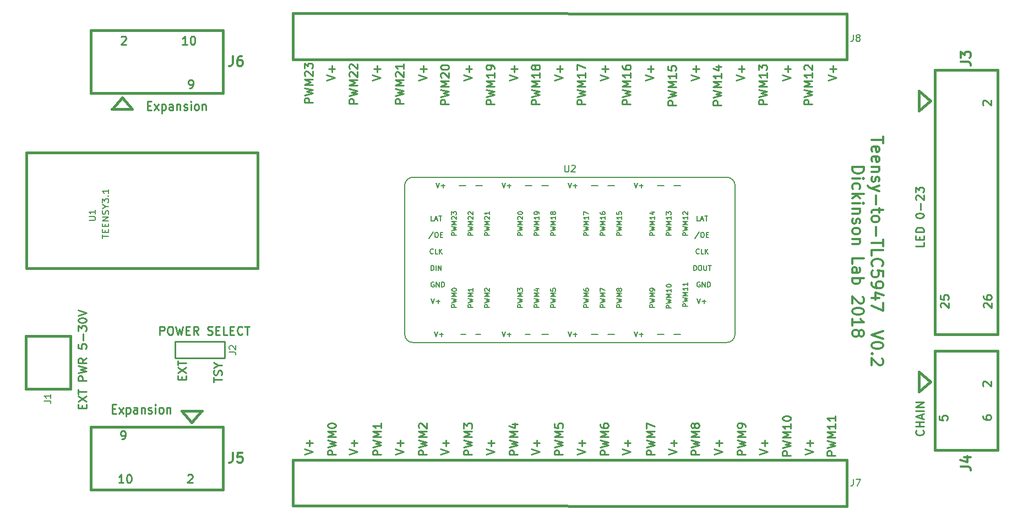
<source format=gbr>
G04 #@! TF.FileFunction,Legend,Top*
%FSLAX46Y46*%
G04 Gerber Fmt 4.6, Leading zero omitted, Abs format (unit mm)*
G04 Created by KiCad (PCBNEW 4.0.7-e2-6376~58~ubuntu16.04.1) date Fri Dec  7 15:30:49 2018*
%MOMM*%
%LPD*%
G01*
G04 APERTURE LIST*
%ADD10C,0.100000*%
%ADD11C,0.254000*%
%ADD12C,0.304800*%
%ADD13C,0.381000*%
%ADD14C,0.203200*%
%ADD15C,0.150000*%
%ADD16C,0.177800*%
G04 APERTURE END LIST*
D10*
D11*
X95062524Y-64715572D02*
X93792524Y-64715572D01*
X93792524Y-64231763D01*
X93853000Y-64110810D01*
X93913476Y-64050334D01*
X94034429Y-63989858D01*
X94215857Y-63989858D01*
X94336810Y-64050334D01*
X94397286Y-64110810D01*
X94457762Y-64231763D01*
X94457762Y-64715572D01*
X93792524Y-63566524D02*
X95062524Y-63264143D01*
X94155381Y-63022239D01*
X95062524Y-62780334D01*
X93792524Y-62477953D01*
X95062524Y-61994143D02*
X93792524Y-61994143D01*
X94699667Y-61570810D01*
X93792524Y-61147476D01*
X95062524Y-61147476D01*
X93913476Y-60603190D02*
X93853000Y-60542714D01*
X93792524Y-60421762D01*
X93792524Y-60119381D01*
X93853000Y-59998428D01*
X93913476Y-59937952D01*
X94034429Y-59877476D01*
X94155381Y-59877476D01*
X94336810Y-59937952D01*
X95062524Y-60663666D01*
X95062524Y-59877476D01*
X93792524Y-59454142D02*
X93792524Y-58667952D01*
X94276333Y-59091285D01*
X94276333Y-58909857D01*
X94336810Y-58788904D01*
X94397286Y-58728428D01*
X94518238Y-58667952D01*
X94820619Y-58667952D01*
X94941571Y-58728428D01*
X95002048Y-58788904D01*
X95062524Y-58909857D01*
X95062524Y-59272714D01*
X95002048Y-59393666D01*
X94941571Y-59454142D01*
X101920524Y-64842572D02*
X100650524Y-64842572D01*
X100650524Y-64358763D01*
X100711000Y-64237810D01*
X100771476Y-64177334D01*
X100892429Y-64116858D01*
X101073857Y-64116858D01*
X101194810Y-64177334D01*
X101255286Y-64237810D01*
X101315762Y-64358763D01*
X101315762Y-64842572D01*
X100650524Y-63693524D02*
X101920524Y-63391143D01*
X101013381Y-63149239D01*
X101920524Y-62907334D01*
X100650524Y-62604953D01*
X101920524Y-62121143D02*
X100650524Y-62121143D01*
X101557667Y-61697810D01*
X100650524Y-61274476D01*
X101920524Y-61274476D01*
X100771476Y-60730190D02*
X100711000Y-60669714D01*
X100650524Y-60548762D01*
X100650524Y-60246381D01*
X100711000Y-60125428D01*
X100771476Y-60064952D01*
X100892429Y-60004476D01*
X101013381Y-60004476D01*
X101194810Y-60064952D01*
X101920524Y-60790666D01*
X101920524Y-60004476D01*
X100771476Y-59520666D02*
X100711000Y-59460190D01*
X100650524Y-59339238D01*
X100650524Y-59036857D01*
X100711000Y-58915904D01*
X100771476Y-58855428D01*
X100892429Y-58794952D01*
X101013381Y-58794952D01*
X101194810Y-58855428D01*
X101920524Y-59581142D01*
X101920524Y-58794952D01*
X109032524Y-64842572D02*
X107762524Y-64842572D01*
X107762524Y-64358763D01*
X107823000Y-64237810D01*
X107883476Y-64177334D01*
X108004429Y-64116858D01*
X108185857Y-64116858D01*
X108306810Y-64177334D01*
X108367286Y-64237810D01*
X108427762Y-64358763D01*
X108427762Y-64842572D01*
X107762524Y-63693524D02*
X109032524Y-63391143D01*
X108125381Y-63149239D01*
X109032524Y-62907334D01*
X107762524Y-62604953D01*
X109032524Y-62121143D02*
X107762524Y-62121143D01*
X108669667Y-61697810D01*
X107762524Y-61274476D01*
X109032524Y-61274476D01*
X107883476Y-60730190D02*
X107823000Y-60669714D01*
X107762524Y-60548762D01*
X107762524Y-60246381D01*
X107823000Y-60125428D01*
X107883476Y-60064952D01*
X108004429Y-60004476D01*
X108125381Y-60004476D01*
X108306810Y-60064952D01*
X109032524Y-60790666D01*
X109032524Y-60004476D01*
X109032524Y-58794952D02*
X109032524Y-59520666D01*
X109032524Y-59157809D02*
X107762524Y-59157809D01*
X107943952Y-59278761D01*
X108064905Y-59399714D01*
X108125381Y-59520666D01*
X116017524Y-64969572D02*
X114747524Y-64969572D01*
X114747524Y-64485763D01*
X114808000Y-64364810D01*
X114868476Y-64304334D01*
X114989429Y-64243858D01*
X115170857Y-64243858D01*
X115291810Y-64304334D01*
X115352286Y-64364810D01*
X115412762Y-64485763D01*
X115412762Y-64969572D01*
X114747524Y-63820524D02*
X116017524Y-63518143D01*
X115110381Y-63276239D01*
X116017524Y-63034334D01*
X114747524Y-62731953D01*
X116017524Y-62248143D02*
X114747524Y-62248143D01*
X115654667Y-61824810D01*
X114747524Y-61401476D01*
X116017524Y-61401476D01*
X114868476Y-60857190D02*
X114808000Y-60796714D01*
X114747524Y-60675762D01*
X114747524Y-60373381D01*
X114808000Y-60252428D01*
X114868476Y-60191952D01*
X114989429Y-60131476D01*
X115110381Y-60131476D01*
X115291810Y-60191952D01*
X116017524Y-60917666D01*
X116017524Y-60131476D01*
X114747524Y-59345285D02*
X114747524Y-59224333D01*
X114808000Y-59103381D01*
X114868476Y-59042904D01*
X114989429Y-58982428D01*
X115231333Y-58921952D01*
X115533714Y-58921952D01*
X115775619Y-58982428D01*
X115896571Y-59042904D01*
X115957048Y-59103381D01*
X116017524Y-59224333D01*
X116017524Y-59345285D01*
X115957048Y-59466238D01*
X115896571Y-59526714D01*
X115775619Y-59587190D01*
X115533714Y-59647666D01*
X115231333Y-59647666D01*
X114989429Y-59587190D01*
X114868476Y-59526714D01*
X114808000Y-59466238D01*
X114747524Y-59345285D01*
X123002524Y-64969572D02*
X121732524Y-64969572D01*
X121732524Y-64485763D01*
X121793000Y-64364810D01*
X121853476Y-64304334D01*
X121974429Y-64243858D01*
X122155857Y-64243858D01*
X122276810Y-64304334D01*
X122337286Y-64364810D01*
X122397762Y-64485763D01*
X122397762Y-64969572D01*
X121732524Y-63820524D02*
X123002524Y-63518143D01*
X122095381Y-63276239D01*
X123002524Y-63034334D01*
X121732524Y-62731953D01*
X123002524Y-62248143D02*
X121732524Y-62248143D01*
X122639667Y-61824810D01*
X121732524Y-61401476D01*
X123002524Y-61401476D01*
X123002524Y-60131476D02*
X123002524Y-60857190D01*
X123002524Y-60494333D02*
X121732524Y-60494333D01*
X121913952Y-60615285D01*
X122034905Y-60736238D01*
X122095381Y-60857190D01*
X123002524Y-59526714D02*
X123002524Y-59284809D01*
X122942048Y-59163857D01*
X122881571Y-59103381D01*
X122700143Y-58982428D01*
X122458238Y-58921952D01*
X121974429Y-58921952D01*
X121853476Y-58982428D01*
X121793000Y-59042904D01*
X121732524Y-59163857D01*
X121732524Y-59405761D01*
X121793000Y-59526714D01*
X121853476Y-59587190D01*
X121974429Y-59647666D01*
X122276810Y-59647666D01*
X122397762Y-59587190D01*
X122458238Y-59526714D01*
X122518714Y-59405761D01*
X122518714Y-59163857D01*
X122458238Y-59042904D01*
X122397762Y-58982428D01*
X122276810Y-58921952D01*
X129987524Y-64969572D02*
X128717524Y-64969572D01*
X128717524Y-64485763D01*
X128778000Y-64364810D01*
X128838476Y-64304334D01*
X128959429Y-64243858D01*
X129140857Y-64243858D01*
X129261810Y-64304334D01*
X129322286Y-64364810D01*
X129382762Y-64485763D01*
X129382762Y-64969572D01*
X128717524Y-63820524D02*
X129987524Y-63518143D01*
X129080381Y-63276239D01*
X129987524Y-63034334D01*
X128717524Y-62731953D01*
X129987524Y-62248143D02*
X128717524Y-62248143D01*
X129624667Y-61824810D01*
X128717524Y-61401476D01*
X129987524Y-61401476D01*
X129987524Y-60131476D02*
X129987524Y-60857190D01*
X129987524Y-60494333D02*
X128717524Y-60494333D01*
X128898952Y-60615285D01*
X129019905Y-60736238D01*
X129080381Y-60857190D01*
X129261810Y-59405761D02*
X129201333Y-59526714D01*
X129140857Y-59587190D01*
X129019905Y-59647666D01*
X128959429Y-59647666D01*
X128838476Y-59587190D01*
X128778000Y-59526714D01*
X128717524Y-59405761D01*
X128717524Y-59163857D01*
X128778000Y-59042904D01*
X128838476Y-58982428D01*
X128959429Y-58921952D01*
X129019905Y-58921952D01*
X129140857Y-58982428D01*
X129201333Y-59042904D01*
X129261810Y-59163857D01*
X129261810Y-59405761D01*
X129322286Y-59526714D01*
X129382762Y-59587190D01*
X129503714Y-59647666D01*
X129745619Y-59647666D01*
X129866571Y-59587190D01*
X129927048Y-59526714D01*
X129987524Y-59405761D01*
X129987524Y-59163857D01*
X129927048Y-59042904D01*
X129866571Y-58982428D01*
X129745619Y-58921952D01*
X129503714Y-58921952D01*
X129382762Y-58982428D01*
X129322286Y-59042904D01*
X129261810Y-59163857D01*
X136972524Y-64969572D02*
X135702524Y-64969572D01*
X135702524Y-64485763D01*
X135763000Y-64364810D01*
X135823476Y-64304334D01*
X135944429Y-64243858D01*
X136125857Y-64243858D01*
X136246810Y-64304334D01*
X136307286Y-64364810D01*
X136367762Y-64485763D01*
X136367762Y-64969572D01*
X135702524Y-63820524D02*
X136972524Y-63518143D01*
X136065381Y-63276239D01*
X136972524Y-63034334D01*
X135702524Y-62731953D01*
X136972524Y-62248143D02*
X135702524Y-62248143D01*
X136609667Y-61824810D01*
X135702524Y-61401476D01*
X136972524Y-61401476D01*
X136972524Y-60131476D02*
X136972524Y-60857190D01*
X136972524Y-60494333D02*
X135702524Y-60494333D01*
X135883952Y-60615285D01*
X136004905Y-60736238D01*
X136065381Y-60857190D01*
X135702524Y-59708142D02*
X135702524Y-58861476D01*
X136972524Y-59405761D01*
X143957524Y-64969572D02*
X142687524Y-64969572D01*
X142687524Y-64485763D01*
X142748000Y-64364810D01*
X142808476Y-64304334D01*
X142929429Y-64243858D01*
X143110857Y-64243858D01*
X143231810Y-64304334D01*
X143292286Y-64364810D01*
X143352762Y-64485763D01*
X143352762Y-64969572D01*
X142687524Y-63820524D02*
X143957524Y-63518143D01*
X143050381Y-63276239D01*
X143957524Y-63034334D01*
X142687524Y-62731953D01*
X143957524Y-62248143D02*
X142687524Y-62248143D01*
X143594667Y-61824810D01*
X142687524Y-61401476D01*
X143957524Y-61401476D01*
X143957524Y-60131476D02*
X143957524Y-60857190D01*
X143957524Y-60494333D02*
X142687524Y-60494333D01*
X142868952Y-60615285D01*
X142989905Y-60736238D01*
X143050381Y-60857190D01*
X142687524Y-59042904D02*
X142687524Y-59284809D01*
X142748000Y-59405761D01*
X142808476Y-59466238D01*
X142989905Y-59587190D01*
X143231810Y-59647666D01*
X143715619Y-59647666D01*
X143836571Y-59587190D01*
X143897048Y-59526714D01*
X143957524Y-59405761D01*
X143957524Y-59163857D01*
X143897048Y-59042904D01*
X143836571Y-58982428D01*
X143715619Y-58921952D01*
X143413238Y-58921952D01*
X143292286Y-58982428D01*
X143231810Y-59042904D01*
X143171333Y-59163857D01*
X143171333Y-59405761D01*
X143231810Y-59526714D01*
X143292286Y-59587190D01*
X143413238Y-59647666D01*
X150942524Y-65096572D02*
X149672524Y-65096572D01*
X149672524Y-64612763D01*
X149733000Y-64491810D01*
X149793476Y-64431334D01*
X149914429Y-64370858D01*
X150095857Y-64370858D01*
X150216810Y-64431334D01*
X150277286Y-64491810D01*
X150337762Y-64612763D01*
X150337762Y-65096572D01*
X149672524Y-63947524D02*
X150942524Y-63645143D01*
X150035381Y-63403239D01*
X150942524Y-63161334D01*
X149672524Y-62858953D01*
X150942524Y-62375143D02*
X149672524Y-62375143D01*
X150579667Y-61951810D01*
X149672524Y-61528476D01*
X150942524Y-61528476D01*
X150942524Y-60258476D02*
X150942524Y-60984190D01*
X150942524Y-60621333D02*
X149672524Y-60621333D01*
X149853952Y-60742285D01*
X149974905Y-60863238D01*
X150035381Y-60984190D01*
X149672524Y-59109428D02*
X149672524Y-59714190D01*
X150277286Y-59774666D01*
X150216810Y-59714190D01*
X150156333Y-59593238D01*
X150156333Y-59290857D01*
X150216810Y-59169904D01*
X150277286Y-59109428D01*
X150398238Y-59048952D01*
X150700619Y-59048952D01*
X150821571Y-59109428D01*
X150882048Y-59169904D01*
X150942524Y-59290857D01*
X150942524Y-59593238D01*
X150882048Y-59714190D01*
X150821571Y-59774666D01*
X157927524Y-65096572D02*
X156657524Y-65096572D01*
X156657524Y-64612763D01*
X156718000Y-64491810D01*
X156778476Y-64431334D01*
X156899429Y-64370858D01*
X157080857Y-64370858D01*
X157201810Y-64431334D01*
X157262286Y-64491810D01*
X157322762Y-64612763D01*
X157322762Y-65096572D01*
X156657524Y-63947524D02*
X157927524Y-63645143D01*
X157020381Y-63403239D01*
X157927524Y-63161334D01*
X156657524Y-62858953D01*
X157927524Y-62375143D02*
X156657524Y-62375143D01*
X157564667Y-61951810D01*
X156657524Y-61528476D01*
X157927524Y-61528476D01*
X157927524Y-60258476D02*
X157927524Y-60984190D01*
X157927524Y-60621333D02*
X156657524Y-60621333D01*
X156838952Y-60742285D01*
X156959905Y-60863238D01*
X157020381Y-60984190D01*
X157080857Y-59169904D02*
X157927524Y-59169904D01*
X156597048Y-59472285D02*
X157504190Y-59774666D01*
X157504190Y-58988476D01*
X164912524Y-64969572D02*
X163642524Y-64969572D01*
X163642524Y-64485763D01*
X163703000Y-64364810D01*
X163763476Y-64304334D01*
X163884429Y-64243858D01*
X164065857Y-64243858D01*
X164186810Y-64304334D01*
X164247286Y-64364810D01*
X164307762Y-64485763D01*
X164307762Y-64969572D01*
X163642524Y-63820524D02*
X164912524Y-63518143D01*
X164005381Y-63276239D01*
X164912524Y-63034334D01*
X163642524Y-62731953D01*
X164912524Y-62248143D02*
X163642524Y-62248143D01*
X164549667Y-61824810D01*
X163642524Y-61401476D01*
X164912524Y-61401476D01*
X164912524Y-60131476D02*
X164912524Y-60857190D01*
X164912524Y-60494333D02*
X163642524Y-60494333D01*
X163823952Y-60615285D01*
X163944905Y-60736238D01*
X164005381Y-60857190D01*
X163642524Y-59708142D02*
X163642524Y-58921952D01*
X164126333Y-59345285D01*
X164126333Y-59163857D01*
X164186810Y-59042904D01*
X164247286Y-58982428D01*
X164368238Y-58921952D01*
X164670619Y-58921952D01*
X164791571Y-58982428D01*
X164852048Y-59042904D01*
X164912524Y-59163857D01*
X164912524Y-59526714D01*
X164852048Y-59647666D01*
X164791571Y-59708142D01*
X171897524Y-64969572D02*
X170627524Y-64969572D01*
X170627524Y-64485763D01*
X170688000Y-64364810D01*
X170748476Y-64304334D01*
X170869429Y-64243858D01*
X171050857Y-64243858D01*
X171171810Y-64304334D01*
X171232286Y-64364810D01*
X171292762Y-64485763D01*
X171292762Y-64969572D01*
X170627524Y-63820524D02*
X171897524Y-63518143D01*
X170990381Y-63276239D01*
X171897524Y-63034334D01*
X170627524Y-62731953D01*
X171897524Y-62248143D02*
X170627524Y-62248143D01*
X171534667Y-61824810D01*
X170627524Y-61401476D01*
X171897524Y-61401476D01*
X171897524Y-60131476D02*
X171897524Y-60857190D01*
X171897524Y-60494333D02*
X170627524Y-60494333D01*
X170808952Y-60615285D01*
X170929905Y-60736238D01*
X170990381Y-60857190D01*
X170748476Y-59647666D02*
X170688000Y-59587190D01*
X170627524Y-59466238D01*
X170627524Y-59163857D01*
X170688000Y-59042904D01*
X170748476Y-58982428D01*
X170869429Y-58921952D01*
X170990381Y-58921952D01*
X171171810Y-58982428D01*
X171897524Y-59708142D01*
X171897524Y-58921952D01*
X175453524Y-118944572D02*
X174183524Y-118944572D01*
X174183524Y-118460763D01*
X174244000Y-118339810D01*
X174304476Y-118279334D01*
X174425429Y-118218858D01*
X174606857Y-118218858D01*
X174727810Y-118279334D01*
X174788286Y-118339810D01*
X174848762Y-118460763D01*
X174848762Y-118944572D01*
X174183524Y-117795524D02*
X175453524Y-117493143D01*
X174546381Y-117251239D01*
X175453524Y-117009334D01*
X174183524Y-116706953D01*
X175453524Y-116223143D02*
X174183524Y-116223143D01*
X175090667Y-115799810D01*
X174183524Y-115376476D01*
X175453524Y-115376476D01*
X175453524Y-114106476D02*
X175453524Y-114832190D01*
X175453524Y-114469333D02*
X174183524Y-114469333D01*
X174364952Y-114590285D01*
X174485905Y-114711238D01*
X174546381Y-114832190D01*
X175453524Y-112896952D02*
X175453524Y-113622666D01*
X175453524Y-113259809D02*
X174183524Y-113259809D01*
X174364952Y-113380761D01*
X174485905Y-113501714D01*
X174546381Y-113622666D01*
X168595524Y-118944572D02*
X167325524Y-118944572D01*
X167325524Y-118460763D01*
X167386000Y-118339810D01*
X167446476Y-118279334D01*
X167567429Y-118218858D01*
X167748857Y-118218858D01*
X167869810Y-118279334D01*
X167930286Y-118339810D01*
X167990762Y-118460763D01*
X167990762Y-118944572D01*
X167325524Y-117795524D02*
X168595524Y-117493143D01*
X167688381Y-117251239D01*
X168595524Y-117009334D01*
X167325524Y-116706953D01*
X168595524Y-116223143D02*
X167325524Y-116223143D01*
X168232667Y-115799810D01*
X167325524Y-115376476D01*
X168595524Y-115376476D01*
X168595524Y-114106476D02*
X168595524Y-114832190D01*
X168595524Y-114469333D02*
X167325524Y-114469333D01*
X167506952Y-114590285D01*
X167627905Y-114711238D01*
X167688381Y-114832190D01*
X167325524Y-113320285D02*
X167325524Y-113199333D01*
X167386000Y-113078381D01*
X167446476Y-113017904D01*
X167567429Y-112957428D01*
X167809333Y-112896952D01*
X168111714Y-112896952D01*
X168353619Y-112957428D01*
X168474571Y-113017904D01*
X168535048Y-113078381D01*
X168595524Y-113199333D01*
X168595524Y-113320285D01*
X168535048Y-113441238D01*
X168474571Y-113501714D01*
X168353619Y-113562190D01*
X168111714Y-113622666D01*
X167809333Y-113622666D01*
X167567429Y-113562190D01*
X167446476Y-113501714D01*
X167386000Y-113441238D01*
X167325524Y-113320285D01*
X161610524Y-118847810D02*
X160340524Y-118847810D01*
X160340524Y-118364001D01*
X160401000Y-118243048D01*
X160461476Y-118182572D01*
X160582429Y-118122096D01*
X160763857Y-118122096D01*
X160884810Y-118182572D01*
X160945286Y-118243048D01*
X161005762Y-118364001D01*
X161005762Y-118847810D01*
X160340524Y-117698762D02*
X161610524Y-117396381D01*
X160703381Y-117154477D01*
X161610524Y-116912572D01*
X160340524Y-116610191D01*
X161610524Y-116126381D02*
X160340524Y-116126381D01*
X161247667Y-115703048D01*
X160340524Y-115279714D01*
X161610524Y-115279714D01*
X161610524Y-114614476D02*
X161610524Y-114372571D01*
X161550048Y-114251619D01*
X161489571Y-114191143D01*
X161308143Y-114070190D01*
X161066238Y-114009714D01*
X160582429Y-114009714D01*
X160461476Y-114070190D01*
X160401000Y-114130666D01*
X160340524Y-114251619D01*
X160340524Y-114493523D01*
X160401000Y-114614476D01*
X160461476Y-114674952D01*
X160582429Y-114735428D01*
X160884810Y-114735428D01*
X161005762Y-114674952D01*
X161066238Y-114614476D01*
X161126714Y-114493523D01*
X161126714Y-114251619D01*
X161066238Y-114130666D01*
X161005762Y-114070190D01*
X160884810Y-114009714D01*
X154498524Y-118847810D02*
X153228524Y-118847810D01*
X153228524Y-118364001D01*
X153289000Y-118243048D01*
X153349476Y-118182572D01*
X153470429Y-118122096D01*
X153651857Y-118122096D01*
X153772810Y-118182572D01*
X153833286Y-118243048D01*
X153893762Y-118364001D01*
X153893762Y-118847810D01*
X153228524Y-117698762D02*
X154498524Y-117396381D01*
X153591381Y-117154477D01*
X154498524Y-116912572D01*
X153228524Y-116610191D01*
X154498524Y-116126381D02*
X153228524Y-116126381D01*
X154135667Y-115703048D01*
X153228524Y-115279714D01*
X154498524Y-115279714D01*
X153772810Y-114493523D02*
X153712333Y-114614476D01*
X153651857Y-114674952D01*
X153530905Y-114735428D01*
X153470429Y-114735428D01*
X153349476Y-114674952D01*
X153289000Y-114614476D01*
X153228524Y-114493523D01*
X153228524Y-114251619D01*
X153289000Y-114130666D01*
X153349476Y-114070190D01*
X153470429Y-114009714D01*
X153530905Y-114009714D01*
X153651857Y-114070190D01*
X153712333Y-114130666D01*
X153772810Y-114251619D01*
X153772810Y-114493523D01*
X153833286Y-114614476D01*
X153893762Y-114674952D01*
X154014714Y-114735428D01*
X154256619Y-114735428D01*
X154377571Y-114674952D01*
X154438048Y-114614476D01*
X154498524Y-114493523D01*
X154498524Y-114251619D01*
X154438048Y-114130666D01*
X154377571Y-114070190D01*
X154256619Y-114009714D01*
X154014714Y-114009714D01*
X153893762Y-114070190D01*
X153833286Y-114130666D01*
X153772810Y-114251619D01*
X147640524Y-118847810D02*
X146370524Y-118847810D01*
X146370524Y-118364001D01*
X146431000Y-118243048D01*
X146491476Y-118182572D01*
X146612429Y-118122096D01*
X146793857Y-118122096D01*
X146914810Y-118182572D01*
X146975286Y-118243048D01*
X147035762Y-118364001D01*
X147035762Y-118847810D01*
X146370524Y-117698762D02*
X147640524Y-117396381D01*
X146733381Y-117154477D01*
X147640524Y-116912572D01*
X146370524Y-116610191D01*
X147640524Y-116126381D02*
X146370524Y-116126381D01*
X147277667Y-115703048D01*
X146370524Y-115279714D01*
X147640524Y-115279714D01*
X146370524Y-114795904D02*
X146370524Y-113949238D01*
X147640524Y-114493523D01*
X140528524Y-118847810D02*
X139258524Y-118847810D01*
X139258524Y-118364001D01*
X139319000Y-118243048D01*
X139379476Y-118182572D01*
X139500429Y-118122096D01*
X139681857Y-118122096D01*
X139802810Y-118182572D01*
X139863286Y-118243048D01*
X139923762Y-118364001D01*
X139923762Y-118847810D01*
X139258524Y-117698762D02*
X140528524Y-117396381D01*
X139621381Y-117154477D01*
X140528524Y-116912572D01*
X139258524Y-116610191D01*
X140528524Y-116126381D02*
X139258524Y-116126381D01*
X140165667Y-115703048D01*
X139258524Y-115279714D01*
X140528524Y-115279714D01*
X139258524Y-114130666D02*
X139258524Y-114372571D01*
X139319000Y-114493523D01*
X139379476Y-114554000D01*
X139560905Y-114674952D01*
X139802810Y-114735428D01*
X140286619Y-114735428D01*
X140407571Y-114674952D01*
X140468048Y-114614476D01*
X140528524Y-114493523D01*
X140528524Y-114251619D01*
X140468048Y-114130666D01*
X140407571Y-114070190D01*
X140286619Y-114009714D01*
X139984238Y-114009714D01*
X139863286Y-114070190D01*
X139802810Y-114130666D01*
X139742333Y-114251619D01*
X139742333Y-114493523D01*
X139802810Y-114614476D01*
X139863286Y-114674952D01*
X139984238Y-114735428D01*
X133543524Y-118847810D02*
X132273524Y-118847810D01*
X132273524Y-118364001D01*
X132334000Y-118243048D01*
X132394476Y-118182572D01*
X132515429Y-118122096D01*
X132696857Y-118122096D01*
X132817810Y-118182572D01*
X132878286Y-118243048D01*
X132938762Y-118364001D01*
X132938762Y-118847810D01*
X132273524Y-117698762D02*
X133543524Y-117396381D01*
X132636381Y-117154477D01*
X133543524Y-116912572D01*
X132273524Y-116610191D01*
X133543524Y-116126381D02*
X132273524Y-116126381D01*
X133180667Y-115703048D01*
X132273524Y-115279714D01*
X133543524Y-115279714D01*
X132273524Y-114070190D02*
X132273524Y-114674952D01*
X132878286Y-114735428D01*
X132817810Y-114674952D01*
X132757333Y-114554000D01*
X132757333Y-114251619D01*
X132817810Y-114130666D01*
X132878286Y-114070190D01*
X132999238Y-114009714D01*
X133301619Y-114009714D01*
X133422571Y-114070190D01*
X133483048Y-114130666D01*
X133543524Y-114251619D01*
X133543524Y-114554000D01*
X133483048Y-114674952D01*
X133422571Y-114735428D01*
X126558524Y-118847810D02*
X125288524Y-118847810D01*
X125288524Y-118364001D01*
X125349000Y-118243048D01*
X125409476Y-118182572D01*
X125530429Y-118122096D01*
X125711857Y-118122096D01*
X125832810Y-118182572D01*
X125893286Y-118243048D01*
X125953762Y-118364001D01*
X125953762Y-118847810D01*
X125288524Y-117698762D02*
X126558524Y-117396381D01*
X125651381Y-117154477D01*
X126558524Y-116912572D01*
X125288524Y-116610191D01*
X126558524Y-116126381D02*
X125288524Y-116126381D01*
X126195667Y-115703048D01*
X125288524Y-115279714D01*
X126558524Y-115279714D01*
X125711857Y-114130666D02*
X126558524Y-114130666D01*
X125228048Y-114433047D02*
X126135190Y-114735428D01*
X126135190Y-113949238D01*
X119573524Y-118847810D02*
X118303524Y-118847810D01*
X118303524Y-118364001D01*
X118364000Y-118243048D01*
X118424476Y-118182572D01*
X118545429Y-118122096D01*
X118726857Y-118122096D01*
X118847810Y-118182572D01*
X118908286Y-118243048D01*
X118968762Y-118364001D01*
X118968762Y-118847810D01*
X118303524Y-117698762D02*
X119573524Y-117396381D01*
X118666381Y-117154477D01*
X119573524Y-116912572D01*
X118303524Y-116610191D01*
X119573524Y-116126381D02*
X118303524Y-116126381D01*
X119210667Y-115703048D01*
X118303524Y-115279714D01*
X119573524Y-115279714D01*
X118303524Y-114795904D02*
X118303524Y-114009714D01*
X118787333Y-114433047D01*
X118787333Y-114251619D01*
X118847810Y-114130666D01*
X118908286Y-114070190D01*
X119029238Y-114009714D01*
X119331619Y-114009714D01*
X119452571Y-114070190D01*
X119513048Y-114130666D01*
X119573524Y-114251619D01*
X119573524Y-114614476D01*
X119513048Y-114735428D01*
X119452571Y-114795904D01*
X112588524Y-118847810D02*
X111318524Y-118847810D01*
X111318524Y-118364001D01*
X111379000Y-118243048D01*
X111439476Y-118182572D01*
X111560429Y-118122096D01*
X111741857Y-118122096D01*
X111862810Y-118182572D01*
X111923286Y-118243048D01*
X111983762Y-118364001D01*
X111983762Y-118847810D01*
X111318524Y-117698762D02*
X112588524Y-117396381D01*
X111681381Y-117154477D01*
X112588524Y-116912572D01*
X111318524Y-116610191D01*
X112588524Y-116126381D02*
X111318524Y-116126381D01*
X112225667Y-115703048D01*
X111318524Y-115279714D01*
X112588524Y-115279714D01*
X111439476Y-114735428D02*
X111379000Y-114674952D01*
X111318524Y-114554000D01*
X111318524Y-114251619D01*
X111379000Y-114130666D01*
X111439476Y-114070190D01*
X111560429Y-114009714D01*
X111681381Y-114009714D01*
X111862810Y-114070190D01*
X112588524Y-114795904D01*
X112588524Y-114009714D01*
X105603524Y-118847810D02*
X104333524Y-118847810D01*
X104333524Y-118364001D01*
X104394000Y-118243048D01*
X104454476Y-118182572D01*
X104575429Y-118122096D01*
X104756857Y-118122096D01*
X104877810Y-118182572D01*
X104938286Y-118243048D01*
X104998762Y-118364001D01*
X104998762Y-118847810D01*
X104333524Y-117698762D02*
X105603524Y-117396381D01*
X104696381Y-117154477D01*
X105603524Y-116912572D01*
X104333524Y-116610191D01*
X105603524Y-116126381D02*
X104333524Y-116126381D01*
X105240667Y-115703048D01*
X104333524Y-115279714D01*
X105603524Y-115279714D01*
X105603524Y-114009714D02*
X105603524Y-114735428D01*
X105603524Y-114372571D02*
X104333524Y-114372571D01*
X104514952Y-114493523D01*
X104635905Y-114614476D01*
X104696381Y-114735428D01*
X98618524Y-118847810D02*
X97348524Y-118847810D01*
X97348524Y-118364001D01*
X97409000Y-118243048D01*
X97469476Y-118182572D01*
X97590429Y-118122096D01*
X97771857Y-118122096D01*
X97892810Y-118182572D01*
X97953286Y-118243048D01*
X98013762Y-118364001D01*
X98013762Y-118847810D01*
X97348524Y-117698762D02*
X98618524Y-117396381D01*
X97711381Y-117154477D01*
X98618524Y-116912572D01*
X97348524Y-116610191D01*
X98618524Y-116126381D02*
X97348524Y-116126381D01*
X98255667Y-115703048D01*
X97348524Y-115279714D01*
X98618524Y-115279714D01*
X97348524Y-114433047D02*
X97348524Y-114312095D01*
X97409000Y-114191143D01*
X97469476Y-114130666D01*
X97590429Y-114070190D01*
X97832333Y-114009714D01*
X98134714Y-114009714D01*
X98376619Y-114070190D01*
X98497571Y-114130666D01*
X98558048Y-114191143D01*
X98618524Y-114312095D01*
X98618524Y-114433047D01*
X98558048Y-114554000D01*
X98497571Y-114614476D01*
X98376619Y-114674952D01*
X98134714Y-114735428D01*
X97832333Y-114735428D01*
X97590429Y-114674952D01*
X97469476Y-114614476D01*
X97409000Y-114554000D01*
X97348524Y-114433047D01*
X97221524Y-61280524D02*
X98491524Y-60857190D01*
X97221524Y-60433857D01*
X98007714Y-60010524D02*
X98007714Y-59042905D01*
X98491524Y-59526715D02*
X97523905Y-59526715D01*
X104206524Y-61280524D02*
X105476524Y-60857190D01*
X104206524Y-60433857D01*
X104992714Y-60010524D02*
X104992714Y-59042905D01*
X105476524Y-59526715D02*
X104508905Y-59526715D01*
X111318524Y-61280524D02*
X112588524Y-60857190D01*
X111318524Y-60433857D01*
X112104714Y-60010524D02*
X112104714Y-59042905D01*
X112588524Y-59526715D02*
X111620905Y-59526715D01*
X118303524Y-61280524D02*
X119573524Y-60857190D01*
X118303524Y-60433857D01*
X119089714Y-60010524D02*
X119089714Y-59042905D01*
X119573524Y-59526715D02*
X118605905Y-59526715D01*
X125288524Y-61280524D02*
X126558524Y-60857190D01*
X125288524Y-60433857D01*
X126074714Y-60010524D02*
X126074714Y-59042905D01*
X126558524Y-59526715D02*
X125590905Y-59526715D01*
X132273524Y-61280524D02*
X133543524Y-60857190D01*
X132273524Y-60433857D01*
X133059714Y-60010524D02*
X133059714Y-59042905D01*
X133543524Y-59526715D02*
X132575905Y-59526715D01*
X139258524Y-61280524D02*
X140528524Y-60857190D01*
X139258524Y-60433857D01*
X140044714Y-60010524D02*
X140044714Y-59042905D01*
X140528524Y-59526715D02*
X139560905Y-59526715D01*
X146243524Y-61280524D02*
X147513524Y-60857190D01*
X146243524Y-60433857D01*
X147029714Y-60010524D02*
X147029714Y-59042905D01*
X147513524Y-59526715D02*
X146545905Y-59526715D01*
X153228524Y-61280524D02*
X154498524Y-60857190D01*
X153228524Y-60433857D01*
X154014714Y-60010524D02*
X154014714Y-59042905D01*
X154498524Y-59526715D02*
X153530905Y-59526715D01*
X160213524Y-61280524D02*
X161483524Y-60857190D01*
X160213524Y-60433857D01*
X160999714Y-60010524D02*
X160999714Y-59042905D01*
X161483524Y-59526715D02*
X160515905Y-59526715D01*
X167325524Y-61280524D02*
X168595524Y-60857190D01*
X167325524Y-60433857D01*
X168111714Y-60010524D02*
X168111714Y-59042905D01*
X168595524Y-59526715D02*
X167627905Y-59526715D01*
X174310524Y-61280524D02*
X175580524Y-60857190D01*
X174310524Y-60433857D01*
X175096714Y-60010524D02*
X175096714Y-59042905D01*
X175580524Y-59526715D02*
X174612905Y-59526715D01*
X170754524Y-118811524D02*
X172024524Y-118388190D01*
X170754524Y-117964857D01*
X171540714Y-117541524D02*
X171540714Y-116573905D01*
X172024524Y-117057715D02*
X171056905Y-117057715D01*
X163769524Y-118811524D02*
X165039524Y-118388190D01*
X163769524Y-117964857D01*
X164555714Y-117541524D02*
X164555714Y-116573905D01*
X165039524Y-117057715D02*
X164071905Y-117057715D01*
X156784524Y-118811524D02*
X158054524Y-118388190D01*
X156784524Y-117964857D01*
X157570714Y-117541524D02*
X157570714Y-116573905D01*
X158054524Y-117057715D02*
X157086905Y-117057715D01*
X149799524Y-118811524D02*
X151069524Y-118388190D01*
X149799524Y-117964857D01*
X150585714Y-117541524D02*
X150585714Y-116573905D01*
X151069524Y-117057715D02*
X150101905Y-117057715D01*
X142687524Y-118811524D02*
X143957524Y-118388190D01*
X142687524Y-117964857D01*
X143473714Y-117541524D02*
X143473714Y-116573905D01*
X143957524Y-117057715D02*
X142989905Y-117057715D01*
X135702524Y-118811524D02*
X136972524Y-118388190D01*
X135702524Y-117964857D01*
X136488714Y-117541524D02*
X136488714Y-116573905D01*
X136972524Y-117057715D02*
X136004905Y-117057715D01*
X128717524Y-118811524D02*
X129987524Y-118388190D01*
X128717524Y-117964857D01*
X129503714Y-117541524D02*
X129503714Y-116573905D01*
X129987524Y-117057715D02*
X129019905Y-117057715D01*
X114747524Y-118811524D02*
X116017524Y-118388190D01*
X114747524Y-117964857D01*
X115533714Y-117541524D02*
X115533714Y-116573905D01*
X116017524Y-117057715D02*
X115049905Y-117057715D01*
X121732524Y-118811524D02*
X123002524Y-118388190D01*
X121732524Y-117964857D01*
X122518714Y-117541524D02*
X122518714Y-116573905D01*
X123002524Y-117057715D02*
X122034905Y-117057715D01*
X107762524Y-118811524D02*
X109032524Y-118388190D01*
X107762524Y-117964857D01*
X108548714Y-117541524D02*
X108548714Y-116573905D01*
X109032524Y-117057715D02*
X108064905Y-117057715D01*
X100675924Y-118811524D02*
X101945924Y-118388190D01*
X100675924Y-117964857D01*
X101462114Y-117541524D02*
X101462114Y-116573905D01*
X101945924Y-117057715D02*
X100978305Y-117057715D01*
X93792524Y-118811524D02*
X95062524Y-118388190D01*
X93792524Y-117964857D01*
X94578714Y-117541524D02*
X94578714Y-116573905D01*
X95062524Y-117057715D02*
X94094905Y-117057715D01*
X188921571Y-115068047D02*
X188982048Y-115128523D01*
X189042524Y-115309952D01*
X189042524Y-115430904D01*
X188982048Y-115612332D01*
X188861095Y-115733285D01*
X188740143Y-115793761D01*
X188498238Y-115854237D01*
X188316810Y-115854237D01*
X188074905Y-115793761D01*
X187953952Y-115733285D01*
X187833000Y-115612332D01*
X187772524Y-115430904D01*
X187772524Y-115309952D01*
X187833000Y-115128523D01*
X187893476Y-115068047D01*
X189042524Y-114523761D02*
X187772524Y-114523761D01*
X188377286Y-114523761D02*
X188377286Y-113798047D01*
X189042524Y-113798047D02*
X187772524Y-113798047D01*
X188679667Y-113253761D02*
X188679667Y-112648999D01*
X189042524Y-113374714D02*
X187772524Y-112951380D01*
X189042524Y-112528047D01*
X189042524Y-112104714D02*
X187772524Y-112104714D01*
X189042524Y-111499952D02*
X187772524Y-111499952D01*
X189042524Y-110774238D01*
X187772524Y-110774238D01*
X189042524Y-86196714D02*
X189042524Y-86801476D01*
X187772524Y-86801476D01*
X188377286Y-85773381D02*
X188377286Y-85350048D01*
X189042524Y-85168619D02*
X189042524Y-85773381D01*
X187772524Y-85773381D01*
X187772524Y-85168619D01*
X189042524Y-84624333D02*
X187772524Y-84624333D01*
X187772524Y-84321952D01*
X187833000Y-84140524D01*
X187953952Y-84019571D01*
X188074905Y-83959095D01*
X188316810Y-83898619D01*
X188498238Y-83898619D01*
X188740143Y-83959095D01*
X188861095Y-84019571D01*
X188982048Y-84140524D01*
X189042524Y-84321952D01*
X189042524Y-84624333D01*
X187772524Y-82144809D02*
X187772524Y-82023857D01*
X187833000Y-81902905D01*
X187893476Y-81842428D01*
X188014429Y-81781952D01*
X188256333Y-81721476D01*
X188558714Y-81721476D01*
X188800619Y-81781952D01*
X188921571Y-81842428D01*
X188982048Y-81902905D01*
X189042524Y-82023857D01*
X189042524Y-82144809D01*
X188982048Y-82265762D01*
X188921571Y-82326238D01*
X188800619Y-82386714D01*
X188558714Y-82447190D01*
X188256333Y-82447190D01*
X188014429Y-82386714D01*
X187893476Y-82326238D01*
X187833000Y-82265762D01*
X187772524Y-82144809D01*
X188558714Y-81177190D02*
X188558714Y-80209571D01*
X187893476Y-79665285D02*
X187833000Y-79604809D01*
X187772524Y-79483857D01*
X187772524Y-79181476D01*
X187833000Y-79060523D01*
X187893476Y-79000047D01*
X188014429Y-78939571D01*
X188135381Y-78939571D01*
X188316810Y-79000047D01*
X189042524Y-79725761D01*
X189042524Y-78939571D01*
X187772524Y-78516237D02*
X187772524Y-77730047D01*
X188256333Y-78153380D01*
X188256333Y-77971952D01*
X188316810Y-77850999D01*
X188377286Y-77790523D01*
X188498238Y-77730047D01*
X188800619Y-77730047D01*
X188921571Y-77790523D01*
X188982048Y-77850999D01*
X189042524Y-77971952D01*
X189042524Y-78334809D01*
X188982048Y-78455761D01*
X188921571Y-78516237D01*
X71555428Y-100396524D02*
X71555428Y-99126524D01*
X72039237Y-99126524D01*
X72160190Y-99187000D01*
X72220666Y-99247476D01*
X72281142Y-99368429D01*
X72281142Y-99549857D01*
X72220666Y-99670810D01*
X72160190Y-99731286D01*
X72039237Y-99791762D01*
X71555428Y-99791762D01*
X73067333Y-99126524D02*
X73309237Y-99126524D01*
X73430190Y-99187000D01*
X73551142Y-99307952D01*
X73611618Y-99549857D01*
X73611618Y-99973190D01*
X73551142Y-100215095D01*
X73430190Y-100336048D01*
X73309237Y-100396524D01*
X73067333Y-100396524D01*
X72946380Y-100336048D01*
X72825428Y-100215095D01*
X72764952Y-99973190D01*
X72764952Y-99549857D01*
X72825428Y-99307952D01*
X72946380Y-99187000D01*
X73067333Y-99126524D01*
X74034952Y-99126524D02*
X74337333Y-100396524D01*
X74579237Y-99489381D01*
X74821142Y-100396524D01*
X75123523Y-99126524D01*
X75607333Y-99731286D02*
X76030666Y-99731286D01*
X76212095Y-100396524D02*
X75607333Y-100396524D01*
X75607333Y-99126524D01*
X76212095Y-99126524D01*
X77482095Y-100396524D02*
X77058762Y-99791762D01*
X76756381Y-100396524D02*
X76756381Y-99126524D01*
X77240190Y-99126524D01*
X77361143Y-99187000D01*
X77421619Y-99247476D01*
X77482095Y-99368429D01*
X77482095Y-99549857D01*
X77421619Y-99670810D01*
X77361143Y-99731286D01*
X77240190Y-99791762D01*
X76756381Y-99791762D01*
X78933524Y-100336048D02*
X79114952Y-100396524D01*
X79417333Y-100396524D01*
X79538286Y-100336048D01*
X79598762Y-100275571D01*
X79659238Y-100154619D01*
X79659238Y-100033667D01*
X79598762Y-99912714D01*
X79538286Y-99852238D01*
X79417333Y-99791762D01*
X79175429Y-99731286D01*
X79054476Y-99670810D01*
X78994000Y-99610333D01*
X78933524Y-99489381D01*
X78933524Y-99368429D01*
X78994000Y-99247476D01*
X79054476Y-99187000D01*
X79175429Y-99126524D01*
X79477809Y-99126524D01*
X79659238Y-99187000D01*
X80203524Y-99731286D02*
X80626857Y-99731286D01*
X80808286Y-100396524D02*
X80203524Y-100396524D01*
X80203524Y-99126524D01*
X80808286Y-99126524D01*
X81957334Y-100396524D02*
X81352572Y-100396524D01*
X81352572Y-99126524D01*
X82380667Y-99731286D02*
X82804000Y-99731286D01*
X82985429Y-100396524D02*
X82380667Y-100396524D01*
X82380667Y-99126524D01*
X82985429Y-99126524D01*
X84255429Y-100275571D02*
X84194953Y-100336048D01*
X84013524Y-100396524D01*
X83892572Y-100396524D01*
X83711144Y-100336048D01*
X83590191Y-100215095D01*
X83529715Y-100094143D01*
X83469239Y-99852238D01*
X83469239Y-99670810D01*
X83529715Y-99428905D01*
X83590191Y-99307952D01*
X83711144Y-99187000D01*
X83892572Y-99126524D01*
X84013524Y-99126524D01*
X84194953Y-99187000D01*
X84255429Y-99247476D01*
X84618286Y-99126524D02*
X85344001Y-99126524D01*
X84981144Y-100396524D02*
X84981144Y-99126524D01*
X79822524Y-107683905D02*
X79822524Y-106958190D01*
X81092524Y-107321047D02*
X79822524Y-107321047D01*
X81032048Y-106595333D02*
X81092524Y-106413905D01*
X81092524Y-106111524D01*
X81032048Y-105990571D01*
X80971571Y-105930095D01*
X80850619Y-105869619D01*
X80729667Y-105869619D01*
X80608714Y-105930095D01*
X80548238Y-105990571D01*
X80487762Y-106111524D01*
X80427286Y-106353428D01*
X80366810Y-106474381D01*
X80306333Y-106534857D01*
X80185381Y-106595333D01*
X80064429Y-106595333D01*
X79943476Y-106534857D01*
X79883000Y-106474381D01*
X79822524Y-106353428D01*
X79822524Y-106051048D01*
X79883000Y-105869619D01*
X80487762Y-105083428D02*
X81092524Y-105083428D01*
X79822524Y-105506762D02*
X80487762Y-105083428D01*
X79822524Y-104660095D01*
X74966286Y-107278714D02*
X74966286Y-106855381D01*
X75631524Y-106673952D02*
X75631524Y-107278714D01*
X74361524Y-107278714D01*
X74361524Y-106673952D01*
X74361524Y-106250618D02*
X75631524Y-105403952D01*
X74361524Y-105403952D02*
X75631524Y-106250618D01*
X74361524Y-105101571D02*
X74361524Y-104375856D01*
X75631524Y-104738713D02*
X74361524Y-104738713D01*
X59599286Y-111735810D02*
X59599286Y-111312477D01*
X60264524Y-111131048D02*
X60264524Y-111735810D01*
X58994524Y-111735810D01*
X58994524Y-111131048D01*
X58994524Y-110707714D02*
X60264524Y-109861048D01*
X58994524Y-109861048D02*
X60264524Y-110707714D01*
X58994524Y-109558667D02*
X58994524Y-108832952D01*
X60264524Y-109195809D02*
X58994524Y-109195809D01*
X60264524Y-107442000D02*
X58994524Y-107442000D01*
X58994524Y-106958191D01*
X59055000Y-106837238D01*
X59115476Y-106776762D01*
X59236429Y-106716286D01*
X59417857Y-106716286D01*
X59538810Y-106776762D01*
X59599286Y-106837238D01*
X59659762Y-106958191D01*
X59659762Y-107442000D01*
X58994524Y-106292952D02*
X60264524Y-105990571D01*
X59357381Y-105748667D01*
X60264524Y-105506762D01*
X58994524Y-105204381D01*
X60264524Y-103994857D02*
X59659762Y-104418190D01*
X60264524Y-104720571D02*
X58994524Y-104720571D01*
X58994524Y-104236762D01*
X59055000Y-104115809D01*
X59115476Y-104055333D01*
X59236429Y-103994857D01*
X59417857Y-103994857D01*
X59538810Y-104055333D01*
X59599286Y-104115809D01*
X59659762Y-104236762D01*
X59659762Y-104720571D01*
X58994524Y-101878190D02*
X58994524Y-102482952D01*
X59599286Y-102543428D01*
X59538810Y-102482952D01*
X59478333Y-102362000D01*
X59478333Y-102059619D01*
X59538810Y-101938666D01*
X59599286Y-101878190D01*
X59720238Y-101817714D01*
X60022619Y-101817714D01*
X60143571Y-101878190D01*
X60204048Y-101938666D01*
X60264524Y-102059619D01*
X60264524Y-102362000D01*
X60204048Y-102482952D01*
X60143571Y-102543428D01*
X59780714Y-101273428D02*
X59780714Y-100305809D01*
X58994524Y-99821999D02*
X58994524Y-99035809D01*
X59478333Y-99459142D01*
X59478333Y-99277714D01*
X59538810Y-99156761D01*
X59599286Y-99096285D01*
X59720238Y-99035809D01*
X60022619Y-99035809D01*
X60143571Y-99096285D01*
X60204048Y-99156761D01*
X60264524Y-99277714D01*
X60264524Y-99640571D01*
X60204048Y-99761523D01*
X60143571Y-99821999D01*
X58994524Y-98249618D02*
X58994524Y-98128666D01*
X59055000Y-98007714D01*
X59115476Y-97947237D01*
X59236429Y-97886761D01*
X59478333Y-97826285D01*
X59780714Y-97826285D01*
X60022619Y-97886761D01*
X60143571Y-97947237D01*
X60204048Y-98007714D01*
X60264524Y-98128666D01*
X60264524Y-98249618D01*
X60204048Y-98370571D01*
X60143571Y-98431047D01*
X60022619Y-98491523D01*
X59780714Y-98551999D01*
X59478333Y-98551999D01*
X59236429Y-98491523D01*
X59115476Y-98431047D01*
X59055000Y-98370571D01*
X58994524Y-98249618D01*
X58994524Y-97463428D02*
X60264524Y-97040094D01*
X58994524Y-96616761D01*
X69692761Y-65178214D02*
X70116094Y-65178214D01*
X70297523Y-65909976D02*
X69692761Y-65909976D01*
X69692761Y-64512976D01*
X70297523Y-64512976D01*
X70720857Y-65909976D02*
X71386095Y-64978643D01*
X70720857Y-64978643D02*
X71386095Y-65909976D01*
X71869904Y-64978643D02*
X71869904Y-66375643D01*
X71869904Y-65045167D02*
X71990856Y-64978643D01*
X72232761Y-64978643D01*
X72353713Y-65045167D01*
X72414190Y-65111690D01*
X72474666Y-65244738D01*
X72474666Y-65643881D01*
X72414190Y-65776929D01*
X72353713Y-65843452D01*
X72232761Y-65909976D01*
X71990856Y-65909976D01*
X71869904Y-65843452D01*
X73563238Y-65909976D02*
X73563238Y-65178214D01*
X73502761Y-65045167D01*
X73381809Y-64978643D01*
X73139904Y-64978643D01*
X73018952Y-65045167D01*
X73563238Y-65843452D02*
X73442285Y-65909976D01*
X73139904Y-65909976D01*
X73018952Y-65843452D01*
X72958476Y-65710405D01*
X72958476Y-65577357D01*
X73018952Y-65444310D01*
X73139904Y-65377786D01*
X73442285Y-65377786D01*
X73563238Y-65311262D01*
X74168000Y-64978643D02*
X74168000Y-65909976D01*
X74168000Y-65111690D02*
X74228476Y-65045167D01*
X74349429Y-64978643D01*
X74530857Y-64978643D01*
X74651809Y-65045167D01*
X74712286Y-65178214D01*
X74712286Y-65909976D01*
X75256572Y-65843452D02*
X75377524Y-65909976D01*
X75619429Y-65909976D01*
X75740381Y-65843452D01*
X75800857Y-65710405D01*
X75800857Y-65643881D01*
X75740381Y-65510833D01*
X75619429Y-65444310D01*
X75438000Y-65444310D01*
X75317048Y-65377786D01*
X75256572Y-65244738D01*
X75256572Y-65178214D01*
X75317048Y-65045167D01*
X75438000Y-64978643D01*
X75619429Y-64978643D01*
X75740381Y-65045167D01*
X76345143Y-65909976D02*
X76345143Y-64978643D01*
X76345143Y-64512976D02*
X76284667Y-64579500D01*
X76345143Y-64646024D01*
X76405619Y-64579500D01*
X76345143Y-64512976D01*
X76345143Y-64646024D01*
X77131334Y-65909976D02*
X77010381Y-65843452D01*
X76949905Y-65776929D01*
X76889429Y-65643881D01*
X76889429Y-65244738D01*
X76949905Y-65111690D01*
X77010381Y-65045167D01*
X77131334Y-64978643D01*
X77312762Y-64978643D01*
X77433714Y-65045167D01*
X77494191Y-65111690D01*
X77554667Y-65244738D01*
X77554667Y-65643881D01*
X77494191Y-65776929D01*
X77433714Y-65843452D01*
X77312762Y-65909976D01*
X77131334Y-65909976D01*
X78098953Y-64978643D02*
X78098953Y-65909976D01*
X78098953Y-65111690D02*
X78159429Y-65045167D01*
X78280382Y-64978643D01*
X78461810Y-64978643D01*
X78582762Y-65045167D01*
X78643239Y-65178214D01*
X78643239Y-65909976D01*
X64231761Y-111787214D02*
X64655094Y-111787214D01*
X64836523Y-112518976D02*
X64231761Y-112518976D01*
X64231761Y-111121976D01*
X64836523Y-111121976D01*
X65259857Y-112518976D02*
X65925095Y-111587643D01*
X65259857Y-111587643D02*
X65925095Y-112518976D01*
X66408904Y-111587643D02*
X66408904Y-112984643D01*
X66408904Y-111654167D02*
X66529856Y-111587643D01*
X66771761Y-111587643D01*
X66892713Y-111654167D01*
X66953190Y-111720690D01*
X67013666Y-111853738D01*
X67013666Y-112252881D01*
X66953190Y-112385929D01*
X66892713Y-112452452D01*
X66771761Y-112518976D01*
X66529856Y-112518976D01*
X66408904Y-112452452D01*
X68102238Y-112518976D02*
X68102238Y-111787214D01*
X68041761Y-111654167D01*
X67920809Y-111587643D01*
X67678904Y-111587643D01*
X67557952Y-111654167D01*
X68102238Y-112452452D02*
X67981285Y-112518976D01*
X67678904Y-112518976D01*
X67557952Y-112452452D01*
X67497476Y-112319405D01*
X67497476Y-112186357D01*
X67557952Y-112053310D01*
X67678904Y-111986786D01*
X67981285Y-111986786D01*
X68102238Y-111920262D01*
X68707000Y-111587643D02*
X68707000Y-112518976D01*
X68707000Y-111720690D02*
X68767476Y-111654167D01*
X68888429Y-111587643D01*
X69069857Y-111587643D01*
X69190809Y-111654167D01*
X69251286Y-111787214D01*
X69251286Y-112518976D01*
X69795572Y-112452452D02*
X69916524Y-112518976D01*
X70158429Y-112518976D01*
X70279381Y-112452452D01*
X70339857Y-112319405D01*
X70339857Y-112252881D01*
X70279381Y-112119833D01*
X70158429Y-112053310D01*
X69977000Y-112053310D01*
X69856048Y-111986786D01*
X69795572Y-111853738D01*
X69795572Y-111787214D01*
X69856048Y-111654167D01*
X69977000Y-111587643D01*
X70158429Y-111587643D01*
X70279381Y-111654167D01*
X70884143Y-112518976D02*
X70884143Y-111587643D01*
X70884143Y-111121976D02*
X70823667Y-111188500D01*
X70884143Y-111255024D01*
X70944619Y-111188500D01*
X70884143Y-111121976D01*
X70884143Y-111255024D01*
X71670334Y-112518976D02*
X71549381Y-112452452D01*
X71488905Y-112385929D01*
X71428429Y-112252881D01*
X71428429Y-111853738D01*
X71488905Y-111720690D01*
X71549381Y-111654167D01*
X71670334Y-111587643D01*
X71851762Y-111587643D01*
X71972714Y-111654167D01*
X72033191Y-111720690D01*
X72093667Y-111853738D01*
X72093667Y-112252881D01*
X72033191Y-112385929D01*
X71972714Y-112452452D01*
X71851762Y-112518976D01*
X71670334Y-112518976D01*
X72637953Y-111587643D02*
X72637953Y-112518976D01*
X72637953Y-111720690D02*
X72698429Y-111654167D01*
X72819382Y-111587643D01*
X73000810Y-111587643D01*
X73121762Y-111654167D01*
X73182239Y-111787214D01*
X73182239Y-112518976D01*
D12*
X182799567Y-69977000D02*
X182799567Y-70993000D01*
X181021567Y-70485000D02*
X182799567Y-70485000D01*
X181106233Y-72263001D02*
X181021567Y-72093667D01*
X181021567Y-71755001D01*
X181106233Y-71585667D01*
X181275567Y-71501001D01*
X181952900Y-71501001D01*
X182122233Y-71585667D01*
X182206900Y-71755001D01*
X182206900Y-72093667D01*
X182122233Y-72263001D01*
X181952900Y-72347667D01*
X181783567Y-72347667D01*
X181614233Y-71501001D01*
X181106233Y-73787001D02*
X181021567Y-73617667D01*
X181021567Y-73279001D01*
X181106233Y-73109667D01*
X181275567Y-73025001D01*
X181952900Y-73025001D01*
X182122233Y-73109667D01*
X182206900Y-73279001D01*
X182206900Y-73617667D01*
X182122233Y-73787001D01*
X181952900Y-73871667D01*
X181783567Y-73871667D01*
X181614233Y-73025001D01*
X182206900Y-74633667D02*
X181021567Y-74633667D01*
X182037567Y-74633667D02*
X182122233Y-74718334D01*
X182206900Y-74887667D01*
X182206900Y-75141667D01*
X182122233Y-75311001D01*
X181952900Y-75395667D01*
X181021567Y-75395667D01*
X181106233Y-76157668D02*
X181021567Y-76327001D01*
X181021567Y-76665668D01*
X181106233Y-76835001D01*
X181275567Y-76919668D01*
X181360233Y-76919668D01*
X181529567Y-76835001D01*
X181614233Y-76665668D01*
X181614233Y-76411668D01*
X181698900Y-76242334D01*
X181868233Y-76157668D01*
X181952900Y-76157668D01*
X182122233Y-76242334D01*
X182206900Y-76411668D01*
X182206900Y-76665668D01*
X182122233Y-76835001D01*
X182206900Y-77512334D02*
X181021567Y-77935667D01*
X182206900Y-78359001D02*
X181021567Y-77935667D01*
X180598233Y-77766334D01*
X180513567Y-77681667D01*
X180428900Y-77512334D01*
X181698900Y-79036334D02*
X181698900Y-80391001D01*
X182206900Y-80983667D02*
X182206900Y-81661001D01*
X182799567Y-81237667D02*
X181275567Y-81237667D01*
X181106233Y-81322334D01*
X181021567Y-81491667D01*
X181021567Y-81661001D01*
X181021567Y-82507667D02*
X181106233Y-82338334D01*
X181190900Y-82253667D01*
X181360233Y-82169001D01*
X181868233Y-82169001D01*
X182037567Y-82253667D01*
X182122233Y-82338334D01*
X182206900Y-82507667D01*
X182206900Y-82761667D01*
X182122233Y-82931001D01*
X182037567Y-83015667D01*
X181868233Y-83100334D01*
X181360233Y-83100334D01*
X181190900Y-83015667D01*
X181106233Y-82931001D01*
X181021567Y-82761667D01*
X181021567Y-82507667D01*
X181698900Y-83862334D02*
X181698900Y-85217001D01*
X182799567Y-85809667D02*
X182799567Y-86825667D01*
X181021567Y-86317667D02*
X182799567Y-86317667D01*
X181021567Y-88265001D02*
X181021567Y-87418334D01*
X182799567Y-87418334D01*
X181190900Y-89873667D02*
X181106233Y-89789001D01*
X181021567Y-89535001D01*
X181021567Y-89365667D01*
X181106233Y-89111667D01*
X181275567Y-88942334D01*
X181444900Y-88857667D01*
X181783567Y-88773001D01*
X182037567Y-88773001D01*
X182376233Y-88857667D01*
X182545567Y-88942334D01*
X182714900Y-89111667D01*
X182799567Y-89365667D01*
X182799567Y-89535001D01*
X182714900Y-89789001D01*
X182630233Y-89873667D01*
X182799567Y-91482334D02*
X182799567Y-90635667D01*
X181952900Y-90551001D01*
X182037567Y-90635667D01*
X182122233Y-90805001D01*
X182122233Y-91228334D01*
X182037567Y-91397667D01*
X181952900Y-91482334D01*
X181783567Y-91567001D01*
X181360233Y-91567001D01*
X181190900Y-91482334D01*
X181106233Y-91397667D01*
X181021567Y-91228334D01*
X181021567Y-90805001D01*
X181106233Y-90635667D01*
X181190900Y-90551001D01*
X181021567Y-92413667D02*
X181021567Y-92752334D01*
X181106233Y-92921667D01*
X181190900Y-93006334D01*
X181444900Y-93175667D01*
X181783567Y-93260334D01*
X182460900Y-93260334D01*
X182630233Y-93175667D01*
X182714900Y-93091000D01*
X182799567Y-92921667D01*
X182799567Y-92583000D01*
X182714900Y-92413667D01*
X182630233Y-92329000D01*
X182460900Y-92244334D01*
X182037567Y-92244334D01*
X181868233Y-92329000D01*
X181783567Y-92413667D01*
X181698900Y-92583000D01*
X181698900Y-92921667D01*
X181783567Y-93091000D01*
X181868233Y-93175667D01*
X182037567Y-93260334D01*
X182206900Y-94784333D02*
X181021567Y-94784333D01*
X182884233Y-94361000D02*
X181614233Y-93937667D01*
X181614233Y-95038333D01*
X182799567Y-95546333D02*
X182799567Y-96731666D01*
X181021567Y-95969666D01*
X182799567Y-99864333D02*
X181021567Y-100457000D01*
X182799567Y-101049667D01*
X182799567Y-101981000D02*
X182799567Y-102150333D01*
X182714900Y-102319667D01*
X182630233Y-102404333D01*
X182460900Y-102489000D01*
X182122233Y-102573667D01*
X181698900Y-102573667D01*
X181360233Y-102489000D01*
X181190900Y-102404333D01*
X181106233Y-102319667D01*
X181021567Y-102150333D01*
X181021567Y-101981000D01*
X181106233Y-101811667D01*
X181190900Y-101727000D01*
X181360233Y-101642333D01*
X181698900Y-101557667D01*
X182122233Y-101557667D01*
X182460900Y-101642333D01*
X182630233Y-101727000D01*
X182714900Y-101811667D01*
X182799567Y-101981000D01*
X181190900Y-103335666D02*
X181106233Y-103420333D01*
X181021567Y-103335666D01*
X181106233Y-103251000D01*
X181190900Y-103335666D01*
X181021567Y-103335666D01*
X182630233Y-104097667D02*
X182714900Y-104182333D01*
X182799567Y-104351667D01*
X182799567Y-104775000D01*
X182714900Y-104944333D01*
X182630233Y-105029000D01*
X182460900Y-105113667D01*
X182291567Y-105113667D01*
X182037567Y-105029000D01*
X181021567Y-104013000D01*
X181021567Y-105113667D01*
X178049767Y-74633666D02*
X179827767Y-74633666D01*
X179827767Y-75057000D01*
X179743100Y-75311000D01*
X179573767Y-75480333D01*
X179404433Y-75565000D01*
X179065767Y-75649666D01*
X178811767Y-75649666D01*
X178473100Y-75565000D01*
X178303767Y-75480333D01*
X178134433Y-75311000D01*
X178049767Y-75057000D01*
X178049767Y-74633666D01*
X178049767Y-76411666D02*
X179235100Y-76411666D01*
X179827767Y-76411666D02*
X179743100Y-76327000D01*
X179658433Y-76411666D01*
X179743100Y-76496333D01*
X179827767Y-76411666D01*
X179658433Y-76411666D01*
X178134433Y-78020333D02*
X178049767Y-77851000D01*
X178049767Y-77512333D01*
X178134433Y-77343000D01*
X178219100Y-77258333D01*
X178388433Y-77173667D01*
X178896433Y-77173667D01*
X179065767Y-77258333D01*
X179150433Y-77343000D01*
X179235100Y-77512333D01*
X179235100Y-77851000D01*
X179150433Y-78020333D01*
X178049767Y-78782333D02*
X179827767Y-78782333D01*
X178727100Y-78951667D02*
X178049767Y-79459667D01*
X179235100Y-79459667D02*
X178557767Y-78782333D01*
X178049767Y-80221666D02*
X179235100Y-80221666D01*
X179827767Y-80221666D02*
X179743100Y-80137000D01*
X179658433Y-80221666D01*
X179743100Y-80306333D01*
X179827767Y-80221666D01*
X179658433Y-80221666D01*
X179235100Y-81068333D02*
X178049767Y-81068333D01*
X179065767Y-81068333D02*
X179150433Y-81153000D01*
X179235100Y-81322333D01*
X179235100Y-81576333D01*
X179150433Y-81745667D01*
X178981100Y-81830333D01*
X178049767Y-81830333D01*
X178134433Y-82592334D02*
X178049767Y-82761667D01*
X178049767Y-83100334D01*
X178134433Y-83269667D01*
X178303767Y-83354334D01*
X178388433Y-83354334D01*
X178557767Y-83269667D01*
X178642433Y-83100334D01*
X178642433Y-82846334D01*
X178727100Y-82677000D01*
X178896433Y-82592334D01*
X178981100Y-82592334D01*
X179150433Y-82677000D01*
X179235100Y-82846334D01*
X179235100Y-83100334D01*
X179150433Y-83269667D01*
X178049767Y-84370333D02*
X178134433Y-84201000D01*
X178219100Y-84116333D01*
X178388433Y-84031667D01*
X178896433Y-84031667D01*
X179065767Y-84116333D01*
X179150433Y-84201000D01*
X179235100Y-84370333D01*
X179235100Y-84624333D01*
X179150433Y-84793667D01*
X179065767Y-84878333D01*
X178896433Y-84963000D01*
X178388433Y-84963000D01*
X178219100Y-84878333D01*
X178134433Y-84793667D01*
X178049767Y-84624333D01*
X178049767Y-84370333D01*
X179235100Y-85725000D02*
X178049767Y-85725000D01*
X179065767Y-85725000D02*
X179150433Y-85809667D01*
X179235100Y-85979000D01*
X179235100Y-86233000D01*
X179150433Y-86402334D01*
X178981100Y-86487000D01*
X178049767Y-86487000D01*
X178049767Y-89535001D02*
X178049767Y-88688334D01*
X179827767Y-88688334D01*
X178049767Y-90889667D02*
X178981100Y-90889667D01*
X179150433Y-90805001D01*
X179235100Y-90635667D01*
X179235100Y-90297001D01*
X179150433Y-90127667D01*
X178134433Y-90889667D02*
X178049767Y-90720334D01*
X178049767Y-90297001D01*
X178134433Y-90127667D01*
X178303767Y-90043001D01*
X178473100Y-90043001D01*
X178642433Y-90127667D01*
X178727100Y-90297001D01*
X178727100Y-90720334D01*
X178811767Y-90889667D01*
X178049767Y-91736334D02*
X179827767Y-91736334D01*
X179150433Y-91736334D02*
X179235100Y-91905668D01*
X179235100Y-92244334D01*
X179150433Y-92413668D01*
X179065767Y-92498334D01*
X178896433Y-92583001D01*
X178388433Y-92583001D01*
X178219100Y-92498334D01*
X178134433Y-92413668D01*
X178049767Y-92244334D01*
X178049767Y-91905668D01*
X178134433Y-91736334D01*
X179658433Y-94615002D02*
X179743100Y-94699668D01*
X179827767Y-94869002D01*
X179827767Y-95292335D01*
X179743100Y-95461668D01*
X179658433Y-95546335D01*
X179489100Y-95631002D01*
X179319767Y-95631002D01*
X179065767Y-95546335D01*
X178049767Y-94530335D01*
X178049767Y-95631002D01*
X179827767Y-96731668D02*
X179827767Y-96901001D01*
X179743100Y-97070335D01*
X179658433Y-97155001D01*
X179489100Y-97239668D01*
X179150433Y-97324335D01*
X178727100Y-97324335D01*
X178388433Y-97239668D01*
X178219100Y-97155001D01*
X178134433Y-97070335D01*
X178049767Y-96901001D01*
X178049767Y-96731668D01*
X178134433Y-96562335D01*
X178219100Y-96477668D01*
X178388433Y-96393001D01*
X178727100Y-96308335D01*
X179150433Y-96308335D01*
X179489100Y-96393001D01*
X179658433Y-96477668D01*
X179743100Y-96562335D01*
X179827767Y-96731668D01*
X178049767Y-99017668D02*
X178049767Y-98001668D01*
X178049767Y-98509668D02*
X179827767Y-98509668D01*
X179573767Y-98340334D01*
X179404433Y-98171001D01*
X179319767Y-98001668D01*
X179065767Y-100033667D02*
X179150433Y-99864334D01*
X179235100Y-99779667D01*
X179404433Y-99695001D01*
X179489100Y-99695001D01*
X179658433Y-99779667D01*
X179743100Y-99864334D01*
X179827767Y-100033667D01*
X179827767Y-100372334D01*
X179743100Y-100541667D01*
X179658433Y-100626334D01*
X179489100Y-100711001D01*
X179404433Y-100711001D01*
X179235100Y-100626334D01*
X179150433Y-100541667D01*
X179065767Y-100372334D01*
X179065767Y-100033667D01*
X178981100Y-99864334D01*
X178896433Y-99779667D01*
X178727100Y-99695001D01*
X178388433Y-99695001D01*
X178219100Y-99779667D01*
X178134433Y-99864334D01*
X178049767Y-100033667D01*
X178049767Y-100372334D01*
X178134433Y-100541667D01*
X178219100Y-100626334D01*
X178388433Y-100711001D01*
X178727100Y-100711001D01*
X178896433Y-100626334D01*
X178981100Y-100541667D01*
X179065767Y-100372334D01*
D13*
X57785000Y-100584000D02*
X50927000Y-100584000D01*
X50927000Y-100584000D02*
X50927000Y-108712000D01*
X50927000Y-108712000D02*
X57785000Y-108712000D01*
X57785000Y-108712000D02*
X57785000Y-100584000D01*
D11*
X73914000Y-104013000D02*
X81534000Y-104013000D01*
X81534000Y-104013000D02*
X81534000Y-101473000D01*
X81534000Y-101473000D02*
X73914000Y-101473000D01*
X73914000Y-101473000D02*
X73914000Y-104013000D01*
D13*
X200406000Y-100330000D02*
X190754000Y-100330000D01*
X190754000Y-80010000D02*
X190754000Y-100330000D01*
X200406000Y-80010000D02*
X200406000Y-100330000D01*
X200406000Y-59690000D02*
X200406000Y-80010000D01*
X190754000Y-80010000D02*
X190754000Y-59690000D01*
X190754000Y-59690000D02*
X200406000Y-59690000D01*
X188280040Y-62948820D02*
X188280040Y-65951100D01*
X190091060Y-64485520D02*
X188313060Y-62961520D01*
X188315600Y-66009520D02*
X190093600Y-64485520D01*
X190754000Y-102870000D02*
X190754000Y-118110000D01*
X200406000Y-102870000D02*
X200406000Y-118110000D01*
X200406000Y-118110000D02*
X190754000Y-118110000D01*
X190754000Y-102870000D02*
X200406000Y-102870000D01*
X188280040Y-106128820D02*
X188280040Y-109131100D01*
X190091060Y-107665520D02*
X188313060Y-106141520D01*
X188315600Y-109189520D02*
X190093600Y-107665520D01*
X81280000Y-124206000D02*
X60960000Y-124206000D01*
X60960000Y-124206000D02*
X60960000Y-114554000D01*
X60960000Y-114554000D02*
X81280000Y-114554000D01*
X81280000Y-114554000D02*
X81280000Y-124206000D01*
X78021180Y-112080040D02*
X75018900Y-112080040D01*
X76484480Y-113891060D02*
X78008480Y-112113060D01*
X74960480Y-112115600D02*
X76484480Y-113893600D01*
X60960000Y-53594000D02*
X81280000Y-53594000D01*
X81280000Y-53594000D02*
X81280000Y-63246000D01*
X81280000Y-63246000D02*
X60960000Y-63246000D01*
X60960000Y-63246000D02*
X60960000Y-53594000D01*
X64218820Y-65719960D02*
X67221100Y-65719960D01*
X65755520Y-63908940D02*
X64231520Y-65686940D01*
X67279520Y-65684400D02*
X65755520Y-63906400D01*
X92070000Y-119690000D02*
X177170000Y-119690000D01*
X92070000Y-119690000D02*
X92070000Y-126690000D01*
X177170000Y-119690000D02*
X177170000Y-126790000D01*
X92070000Y-126690000D02*
X177170000Y-126790000D01*
X177170000Y-58110000D02*
X92070000Y-58110000D01*
X177170000Y-58110000D02*
X177170000Y-51110000D01*
X92070000Y-58110000D02*
X92070000Y-51010000D01*
X177170000Y-51110000D02*
X92070000Y-51010000D01*
X51054000Y-90170000D02*
X86614000Y-90170000D01*
X86614000Y-90170000D02*
X86614000Y-72390000D01*
X86614000Y-72390000D02*
X51054000Y-72390000D01*
X51054000Y-72390000D02*
X51054000Y-90170000D01*
D14*
X110490000Y-76200000D02*
X158750000Y-76200000D01*
X109220000Y-100330000D02*
X109220000Y-77470000D01*
X158750000Y-101600000D02*
X110490000Y-101600000D01*
X160020000Y-77470000D02*
X160020000Y-100330000D01*
X109220000Y-100330000D02*
G75*
G03X110490000Y-101600000I1270000J0D01*
G01*
X158750000Y-101600000D02*
G75*
G03X160020000Y-100330000I0J1270000D01*
G01*
X160020000Y-77470000D02*
G75*
G03X158750000Y-76200000I-1270000J0D01*
G01*
X110490000Y-76200000D02*
G75*
G03X109220000Y-77470000I0J-1270000D01*
G01*
X118618000Y-77470000D02*
X117602000Y-77470000D01*
X121158000Y-77470000D02*
X120142000Y-77470000D01*
X128778000Y-77470000D02*
X127762000Y-77470000D01*
X131318000Y-77470000D02*
X130302000Y-77470000D01*
X138938000Y-77470000D02*
X137922000Y-77470000D01*
X141478000Y-77470000D02*
X140462000Y-77470000D01*
X150622000Y-77470000D02*
X151638000Y-77470000D01*
X148082000Y-77470000D02*
X149098000Y-77470000D01*
X150622000Y-100330000D02*
X151638000Y-100330000D01*
X148082000Y-100330000D02*
X149098000Y-100330000D01*
X140462000Y-100330000D02*
X141478000Y-100330000D01*
X137922000Y-100330000D02*
X138938000Y-100330000D01*
X130302000Y-100330000D02*
X131318000Y-100330000D01*
X127762000Y-100330000D02*
X128524000Y-100330000D01*
X120142000Y-100330000D02*
X120904000Y-100330000D01*
X117856000Y-100330000D02*
X118618000Y-100330000D01*
X53799619Y-110574667D02*
X54525333Y-110574667D01*
X54670476Y-110623047D01*
X54767238Y-110719809D01*
X54815619Y-110864952D01*
X54815619Y-110961714D01*
X54815619Y-109558667D02*
X54815619Y-110139238D01*
X54815619Y-109848952D02*
X53799619Y-109848952D01*
X53944762Y-109945714D01*
X54041524Y-110042476D01*
X54089905Y-110139238D01*
X82247619Y-103081667D02*
X82973333Y-103081667D01*
X83118476Y-103130047D01*
X83215238Y-103226809D01*
X83263619Y-103371952D01*
X83263619Y-103468714D01*
X82344381Y-102646238D02*
X82296000Y-102597857D01*
X82247619Y-102501095D01*
X82247619Y-102259191D01*
X82296000Y-102162429D01*
X82344381Y-102114048D01*
X82441143Y-102065667D01*
X82537905Y-102065667D01*
X82683048Y-102114048D01*
X83263619Y-102694619D01*
X83263619Y-102065667D01*
D12*
X194745429Y-58420000D02*
X195834000Y-58420000D01*
X196051714Y-58492572D01*
X196196857Y-58637715D01*
X196269429Y-58855429D01*
X196269429Y-59000572D01*
X194745429Y-57839429D02*
X194745429Y-56896000D01*
X195326000Y-57404000D01*
X195326000Y-57186286D01*
X195398571Y-57041143D01*
X195471143Y-56968572D01*
X195616286Y-56896000D01*
X195979143Y-56896000D01*
X196124286Y-56968572D01*
X196196857Y-57041143D01*
X196269429Y-57186286D01*
X196269429Y-57621714D01*
X196196857Y-57766857D01*
X196124286Y-57839429D01*
D11*
X198307476Y-96217619D02*
X198247000Y-96157143D01*
X198186524Y-96036191D01*
X198186524Y-95733810D01*
X198247000Y-95612857D01*
X198307476Y-95552381D01*
X198428429Y-95491905D01*
X198549381Y-95491905D01*
X198730810Y-95552381D01*
X199456524Y-96278095D01*
X199456524Y-95491905D01*
X198186524Y-94403333D02*
X198186524Y-94645238D01*
X198247000Y-94766190D01*
X198307476Y-94826667D01*
X198488905Y-94947619D01*
X198730810Y-95008095D01*
X199214619Y-95008095D01*
X199335571Y-94947619D01*
X199396048Y-94887143D01*
X199456524Y-94766190D01*
X199456524Y-94524286D01*
X199396048Y-94403333D01*
X199335571Y-94342857D01*
X199214619Y-94282381D01*
X198912238Y-94282381D01*
X198791286Y-94342857D01*
X198730810Y-94403333D01*
X198670333Y-94524286D01*
X198670333Y-94766190D01*
X198730810Y-94887143D01*
X198791286Y-94947619D01*
X198912238Y-95008095D01*
X191703476Y-96217619D02*
X191643000Y-96157143D01*
X191582524Y-96036191D01*
X191582524Y-95733810D01*
X191643000Y-95612857D01*
X191703476Y-95552381D01*
X191824429Y-95491905D01*
X191945381Y-95491905D01*
X192126810Y-95552381D01*
X192852524Y-96278095D01*
X192852524Y-95491905D01*
X191582524Y-94342857D02*
X191582524Y-94947619D01*
X192187286Y-95008095D01*
X192126810Y-94947619D01*
X192066333Y-94826667D01*
X192066333Y-94524286D01*
X192126810Y-94403333D01*
X192187286Y-94342857D01*
X192308238Y-94282381D01*
X192610619Y-94282381D01*
X192731571Y-94342857D01*
X192792048Y-94403333D01*
X192852524Y-94524286D01*
X192852524Y-94826667D01*
X192792048Y-94947619D01*
X192731571Y-95008095D01*
X198205876Y-65112537D02*
X198145400Y-65052061D01*
X198084924Y-64931109D01*
X198084924Y-64628728D01*
X198145400Y-64507775D01*
X198205876Y-64447299D01*
X198326829Y-64386823D01*
X198447781Y-64386823D01*
X198629210Y-64447299D01*
X199354924Y-65173013D01*
X199354924Y-64386823D01*
D12*
X194745429Y-120650000D02*
X195834000Y-120650000D01*
X196051714Y-120722572D01*
X196196857Y-120867715D01*
X196269429Y-121085429D01*
X196269429Y-121230572D01*
X195253429Y-119271143D02*
X196269429Y-119271143D01*
X194672857Y-119634000D02*
X195761429Y-119996857D01*
X195761429Y-119053429D01*
D11*
X198123024Y-112851595D02*
X198123024Y-113093500D01*
X198183500Y-113214452D01*
X198243976Y-113274929D01*
X198425405Y-113395881D01*
X198667310Y-113456357D01*
X199151119Y-113456357D01*
X199272071Y-113395881D01*
X199332548Y-113335405D01*
X199393024Y-113214452D01*
X199393024Y-112972548D01*
X199332548Y-112851595D01*
X199272071Y-112791119D01*
X199151119Y-112730643D01*
X198848738Y-112730643D01*
X198727786Y-112791119D01*
X198667310Y-112851595D01*
X198606833Y-112972548D01*
X198606833Y-113214452D01*
X198667310Y-113335405D01*
X198727786Y-113395881D01*
X198848738Y-113456357D01*
X191392024Y-112854619D02*
X191392024Y-113459381D01*
X191996786Y-113519857D01*
X191936310Y-113459381D01*
X191875833Y-113338429D01*
X191875833Y-113036048D01*
X191936310Y-112915095D01*
X191996786Y-112854619D01*
X192117738Y-112794143D01*
X192420119Y-112794143D01*
X192541071Y-112854619D01*
X192601548Y-112915095D01*
X192662024Y-113036048D01*
X192662024Y-113338429D01*
X192601548Y-113459381D01*
X192541071Y-113519857D01*
X198205876Y-108292537D02*
X198145400Y-108232061D01*
X198084924Y-108111109D01*
X198084924Y-107808728D01*
X198145400Y-107687775D01*
X198205876Y-107627299D01*
X198326829Y-107566823D01*
X198447781Y-107566823D01*
X198629210Y-107627299D01*
X199354924Y-108353013D01*
X199354924Y-107566823D01*
D12*
X82804000Y-118545429D02*
X82804000Y-119634000D01*
X82731428Y-119851714D01*
X82586285Y-119996857D01*
X82368571Y-120069429D01*
X82223428Y-120069429D01*
X84255428Y-118545429D02*
X83529714Y-118545429D01*
X83457143Y-119271143D01*
X83529714Y-119198571D01*
X83674857Y-119126000D01*
X84037714Y-119126000D01*
X84182857Y-119198571D01*
X84255428Y-119271143D01*
X84328000Y-119416286D01*
X84328000Y-119779143D01*
X84255428Y-119924286D01*
X84182857Y-119996857D01*
X84037714Y-120069429D01*
X83674857Y-120069429D01*
X83529714Y-119996857D01*
X83457143Y-119924286D01*
D11*
X65978435Y-123154924D02*
X65252721Y-123154924D01*
X65615578Y-123154924D02*
X65615578Y-121884924D01*
X65494626Y-122066352D01*
X65373673Y-122187305D01*
X65252721Y-122247781D01*
X66764626Y-121884924D02*
X66885578Y-121884924D01*
X67006530Y-121945400D01*
X67067007Y-122005876D01*
X67127483Y-122126829D01*
X67187959Y-122368733D01*
X67187959Y-122671114D01*
X67127483Y-122913019D01*
X67067007Y-123033971D01*
X67006530Y-123094448D01*
X66885578Y-123154924D01*
X66764626Y-123154924D01*
X66643673Y-123094448D01*
X66583197Y-123033971D01*
X66522721Y-122913019D01*
X66462245Y-122671114D01*
X66462245Y-122368733D01*
X66522721Y-122126829D01*
X66583197Y-122005876D01*
X66643673Y-121945400D01*
X66764626Y-121884924D01*
X65678715Y-116454404D02*
X65920620Y-116454404D01*
X66041572Y-116393928D01*
X66102048Y-116333451D01*
X66223001Y-116152023D01*
X66283477Y-115910118D01*
X66283477Y-115426309D01*
X66223001Y-115305356D01*
X66162525Y-115244880D01*
X66041572Y-115184404D01*
X65799668Y-115184404D01*
X65678715Y-115244880D01*
X65618239Y-115305356D01*
X65557763Y-115426309D01*
X65557763Y-115728690D01*
X65618239Y-115849642D01*
X65678715Y-115910118D01*
X65799668Y-115970594D01*
X66041572Y-115970594D01*
X66162525Y-115910118D01*
X66223001Y-115849642D01*
X66283477Y-115728690D01*
X75857463Y-122005876D02*
X75917939Y-121945400D01*
X76038891Y-121884924D01*
X76341272Y-121884924D01*
X76462225Y-121945400D01*
X76522701Y-122005876D01*
X76583177Y-122126829D01*
X76583177Y-122247781D01*
X76522701Y-122429210D01*
X75796987Y-123154924D01*
X76583177Y-123154924D01*
D12*
X82804000Y-57585429D02*
X82804000Y-58674000D01*
X82731428Y-58891714D01*
X82586285Y-59036857D01*
X82368571Y-59109429D01*
X82223428Y-59109429D01*
X84182857Y-57585429D02*
X83892571Y-57585429D01*
X83747428Y-57658000D01*
X83674857Y-57730571D01*
X83529714Y-57948286D01*
X83457143Y-58238571D01*
X83457143Y-58819143D01*
X83529714Y-58964286D01*
X83602286Y-59036857D01*
X83747428Y-59109429D01*
X84037714Y-59109429D01*
X84182857Y-59036857D01*
X84255428Y-58964286D01*
X84328000Y-58819143D01*
X84328000Y-58456286D01*
X84255428Y-58311143D01*
X84182857Y-58238571D01*
X84037714Y-58166000D01*
X83747428Y-58166000D01*
X83602286Y-58238571D01*
X83529714Y-58311143D01*
X83457143Y-58456286D01*
D11*
X75777755Y-55794124D02*
X75052041Y-55794124D01*
X75414898Y-55794124D02*
X75414898Y-54524124D01*
X75293946Y-54705552D01*
X75172993Y-54826505D01*
X75052041Y-54886981D01*
X76563946Y-54524124D02*
X76684898Y-54524124D01*
X76805850Y-54584600D01*
X76866327Y-54645076D01*
X76926803Y-54766029D01*
X76987279Y-55007933D01*
X76987279Y-55310314D01*
X76926803Y-55552219D01*
X76866327Y-55673171D01*
X76805850Y-55733648D01*
X76684898Y-55794124D01*
X76563946Y-55794124D01*
X76442993Y-55733648D01*
X76382517Y-55673171D01*
X76322041Y-55552219D01*
X76261565Y-55310314D01*
X76261565Y-55007933D01*
X76322041Y-54766029D01*
X76382517Y-54645076D01*
X76442993Y-54584600D01*
X76563946Y-54524124D01*
X76077475Y-62494644D02*
X76319380Y-62494644D01*
X76440332Y-62434168D01*
X76500808Y-62373691D01*
X76621761Y-62192263D01*
X76682237Y-61950358D01*
X76682237Y-61466549D01*
X76621761Y-61345596D01*
X76561285Y-61285120D01*
X76440332Y-61224644D01*
X76198428Y-61224644D01*
X76077475Y-61285120D01*
X76016999Y-61345596D01*
X75956523Y-61466549D01*
X75956523Y-61768930D01*
X76016999Y-61889882D01*
X76077475Y-61950358D01*
X76198428Y-62010834D01*
X76440332Y-62010834D01*
X76561285Y-61950358D01*
X76621761Y-61889882D01*
X76682237Y-61768930D01*
X65656823Y-54645076D02*
X65717299Y-54584600D01*
X65838251Y-54524124D01*
X66140632Y-54524124D01*
X66261585Y-54584600D01*
X66322061Y-54645076D01*
X66382537Y-54766029D01*
X66382537Y-54886981D01*
X66322061Y-55068410D01*
X65596347Y-55794124D01*
X66382537Y-55794124D01*
D14*
X178223333Y-122633619D02*
X178223333Y-123359333D01*
X178174953Y-123504476D01*
X178078191Y-123601238D01*
X177933048Y-123649619D01*
X177836286Y-123649619D01*
X178610381Y-122633619D02*
X179287714Y-122633619D01*
X178852286Y-123649619D01*
X178223333Y-54307619D02*
X178223333Y-55033333D01*
X178174953Y-55178476D01*
X178078191Y-55275238D01*
X177933048Y-55323619D01*
X177836286Y-55323619D01*
X178852286Y-54743048D02*
X178755524Y-54694667D01*
X178707143Y-54646286D01*
X178658762Y-54549524D01*
X178658762Y-54501143D01*
X178707143Y-54404381D01*
X178755524Y-54356000D01*
X178852286Y-54307619D01*
X179045809Y-54307619D01*
X179142571Y-54356000D01*
X179190952Y-54404381D01*
X179239333Y-54501143D01*
X179239333Y-54549524D01*
X179190952Y-54646286D01*
X179142571Y-54694667D01*
X179045809Y-54743048D01*
X178852286Y-54743048D01*
X178755524Y-54791429D01*
X178707143Y-54839810D01*
X178658762Y-54936571D01*
X178658762Y-55130095D01*
X178707143Y-55226857D01*
X178755524Y-55275238D01*
X178852286Y-55323619D01*
X179045809Y-55323619D01*
X179142571Y-55275238D01*
X179190952Y-55226857D01*
X179239333Y-55130095D01*
X179239333Y-54936571D01*
X179190952Y-54839810D01*
X179142571Y-54791429D01*
X179045809Y-54743048D01*
D15*
X60666381Y-82803905D02*
X61475905Y-82803905D01*
X61571143Y-82756286D01*
X61618762Y-82708667D01*
X61666381Y-82613429D01*
X61666381Y-82422952D01*
X61618762Y-82327714D01*
X61571143Y-82280095D01*
X61475905Y-82232476D01*
X60666381Y-82232476D01*
X61666381Y-81232476D02*
X61666381Y-81803905D01*
X61666381Y-81518191D02*
X60666381Y-81518191D01*
X60809238Y-81613429D01*
X60904476Y-81708667D01*
X60952095Y-81803905D01*
X62698381Y-85597524D02*
X62698381Y-85026095D01*
X63698381Y-85311810D02*
X62698381Y-85311810D01*
X63174571Y-84692762D02*
X63174571Y-84359428D01*
X63698381Y-84216571D02*
X63698381Y-84692762D01*
X62698381Y-84692762D01*
X62698381Y-84216571D01*
X63174571Y-83788000D02*
X63174571Y-83454666D01*
X63698381Y-83311809D02*
X63698381Y-83788000D01*
X62698381Y-83788000D01*
X62698381Y-83311809D01*
X63698381Y-82883238D02*
X62698381Y-82883238D01*
X63698381Y-82311809D01*
X62698381Y-82311809D01*
X63650762Y-81883238D02*
X63698381Y-81740381D01*
X63698381Y-81502285D01*
X63650762Y-81407047D01*
X63603143Y-81359428D01*
X63507905Y-81311809D01*
X63412667Y-81311809D01*
X63317429Y-81359428D01*
X63269810Y-81407047D01*
X63222190Y-81502285D01*
X63174571Y-81692762D01*
X63126952Y-81788000D01*
X63079333Y-81835619D01*
X62984095Y-81883238D01*
X62888857Y-81883238D01*
X62793619Y-81835619D01*
X62746000Y-81788000D01*
X62698381Y-81692762D01*
X62698381Y-81454666D01*
X62746000Y-81311809D01*
X63222190Y-80692762D02*
X63698381Y-80692762D01*
X62698381Y-81026095D02*
X63222190Y-80692762D01*
X62698381Y-80359428D01*
X62698381Y-80121333D02*
X62698381Y-79502285D01*
X63079333Y-79835619D01*
X63079333Y-79692761D01*
X63126952Y-79597523D01*
X63174571Y-79549904D01*
X63269810Y-79502285D01*
X63507905Y-79502285D01*
X63603143Y-79549904D01*
X63650762Y-79597523D01*
X63698381Y-79692761D01*
X63698381Y-79978476D01*
X63650762Y-80073714D01*
X63603143Y-80121333D01*
X63603143Y-79073714D02*
X63650762Y-79026095D01*
X63698381Y-79073714D01*
X63650762Y-79121333D01*
X63603143Y-79073714D01*
X63698381Y-79073714D01*
X63698381Y-78073714D02*
X63698381Y-78645143D01*
X63698381Y-78359429D02*
X62698381Y-78359429D01*
X62841238Y-78454667D01*
X62936476Y-78549905D01*
X62984095Y-78645143D01*
D14*
X133845905Y-74373619D02*
X133845905Y-75196095D01*
X133894286Y-75292857D01*
X133942667Y-75341238D01*
X134039429Y-75389619D01*
X134232952Y-75389619D01*
X134329714Y-75341238D01*
X134378095Y-75292857D01*
X134426476Y-75196095D01*
X134426476Y-74373619D01*
X134861905Y-74470381D02*
X134910286Y-74422000D01*
X135007048Y-74373619D01*
X135248952Y-74373619D01*
X135345714Y-74422000D01*
X135394095Y-74470381D01*
X135442476Y-74567143D01*
X135442476Y-74663905D01*
X135394095Y-74809048D01*
X134813524Y-75389619D01*
X135442476Y-75389619D01*
D16*
X144562285Y-77052714D02*
X144816285Y-77814714D01*
X145070285Y-77052714D01*
X145324286Y-77524429D02*
X145904857Y-77524429D01*
X145614571Y-77814714D02*
X145614571Y-77234143D01*
X134402285Y-77052714D02*
X134656285Y-77814714D01*
X134910285Y-77052714D01*
X135164286Y-77524429D02*
X135744857Y-77524429D01*
X135454571Y-77814714D02*
X135454571Y-77234143D01*
X124242285Y-77052714D02*
X124496285Y-77814714D01*
X124750285Y-77052714D01*
X125004286Y-77524429D02*
X125584857Y-77524429D01*
X125294571Y-77814714D02*
X125294571Y-77234143D01*
X114082285Y-77052714D02*
X114336285Y-77814714D01*
X114590285Y-77052714D01*
X114844286Y-77524429D02*
X115424857Y-77524429D01*
X115134571Y-77814714D02*
X115134571Y-77234143D01*
X144562285Y-99912714D02*
X144816285Y-100674714D01*
X145070285Y-99912714D01*
X145324286Y-100384429D02*
X145904857Y-100384429D01*
X145614571Y-100674714D02*
X145614571Y-100094143D01*
X134402285Y-99912714D02*
X134656285Y-100674714D01*
X134910285Y-99912714D01*
X135164286Y-100384429D02*
X135744857Y-100384429D01*
X135454571Y-100674714D02*
X135454571Y-100094143D01*
X124242285Y-99912714D02*
X124496285Y-100674714D01*
X124750285Y-99912714D01*
X125004286Y-100384429D02*
X125584857Y-100384429D01*
X125294571Y-100674714D02*
X125294571Y-100094143D01*
X113320285Y-94832714D02*
X113574285Y-95594714D01*
X113828285Y-94832714D01*
X114082286Y-95304429D02*
X114662857Y-95304429D01*
X114372571Y-95594714D02*
X114372571Y-95014143D01*
X117184714Y-85108142D02*
X116422714Y-85108142D01*
X116422714Y-84817857D01*
X116459000Y-84745285D01*
X116495286Y-84709000D01*
X116567857Y-84672714D01*
X116676714Y-84672714D01*
X116749286Y-84709000D01*
X116785571Y-84745285D01*
X116821857Y-84817857D01*
X116821857Y-85108142D01*
X116422714Y-84418714D02*
X117184714Y-84237285D01*
X116640429Y-84092142D01*
X117184714Y-83947000D01*
X116422714Y-83765571D01*
X117184714Y-83475285D02*
X116422714Y-83475285D01*
X116967000Y-83221285D01*
X116422714Y-82967285D01*
X117184714Y-82967285D01*
X116495286Y-82640714D02*
X116459000Y-82604428D01*
X116422714Y-82531857D01*
X116422714Y-82350428D01*
X116459000Y-82277857D01*
X116495286Y-82241571D01*
X116567857Y-82205286D01*
X116640429Y-82205286D01*
X116749286Y-82241571D01*
X117184714Y-82677000D01*
X117184714Y-82205286D01*
X116422714Y-81951286D02*
X116422714Y-81479572D01*
X116713000Y-81733572D01*
X116713000Y-81624714D01*
X116749286Y-81552143D01*
X116785571Y-81515857D01*
X116858143Y-81479572D01*
X117039571Y-81479572D01*
X117112143Y-81515857D01*
X117148429Y-81552143D01*
X117184714Y-81624714D01*
X117184714Y-81842429D01*
X117148429Y-81915000D01*
X117112143Y-81951286D01*
X119724714Y-85108142D02*
X118962714Y-85108142D01*
X118962714Y-84817857D01*
X118999000Y-84745285D01*
X119035286Y-84709000D01*
X119107857Y-84672714D01*
X119216714Y-84672714D01*
X119289286Y-84709000D01*
X119325571Y-84745285D01*
X119361857Y-84817857D01*
X119361857Y-85108142D01*
X118962714Y-84418714D02*
X119724714Y-84237285D01*
X119180429Y-84092142D01*
X119724714Y-83947000D01*
X118962714Y-83765571D01*
X119724714Y-83475285D02*
X118962714Y-83475285D01*
X119507000Y-83221285D01*
X118962714Y-82967285D01*
X119724714Y-82967285D01*
X119035286Y-82640714D02*
X118999000Y-82604428D01*
X118962714Y-82531857D01*
X118962714Y-82350428D01*
X118999000Y-82277857D01*
X119035286Y-82241571D01*
X119107857Y-82205286D01*
X119180429Y-82205286D01*
X119289286Y-82241571D01*
X119724714Y-82677000D01*
X119724714Y-82205286D01*
X119035286Y-81915000D02*
X118999000Y-81878714D01*
X118962714Y-81806143D01*
X118962714Y-81624714D01*
X118999000Y-81552143D01*
X119035286Y-81515857D01*
X119107857Y-81479572D01*
X119180429Y-81479572D01*
X119289286Y-81515857D01*
X119724714Y-81951286D01*
X119724714Y-81479572D01*
X122264714Y-85108142D02*
X121502714Y-85108142D01*
X121502714Y-84817857D01*
X121539000Y-84745285D01*
X121575286Y-84709000D01*
X121647857Y-84672714D01*
X121756714Y-84672714D01*
X121829286Y-84709000D01*
X121865571Y-84745285D01*
X121901857Y-84817857D01*
X121901857Y-85108142D01*
X121502714Y-84418714D02*
X122264714Y-84237285D01*
X121720429Y-84092142D01*
X122264714Y-83947000D01*
X121502714Y-83765571D01*
X122264714Y-83475285D02*
X121502714Y-83475285D01*
X122047000Y-83221285D01*
X121502714Y-82967285D01*
X122264714Y-82967285D01*
X121575286Y-82640714D02*
X121539000Y-82604428D01*
X121502714Y-82531857D01*
X121502714Y-82350428D01*
X121539000Y-82277857D01*
X121575286Y-82241571D01*
X121647857Y-82205286D01*
X121720429Y-82205286D01*
X121829286Y-82241571D01*
X122264714Y-82677000D01*
X122264714Y-82205286D01*
X122264714Y-81479572D02*
X122264714Y-81915000D01*
X122264714Y-81697286D02*
X121502714Y-81697286D01*
X121611571Y-81769857D01*
X121684143Y-81842429D01*
X121720429Y-81915000D01*
X132424714Y-85108142D02*
X131662714Y-85108142D01*
X131662714Y-84817857D01*
X131699000Y-84745285D01*
X131735286Y-84709000D01*
X131807857Y-84672714D01*
X131916714Y-84672714D01*
X131989286Y-84709000D01*
X132025571Y-84745285D01*
X132061857Y-84817857D01*
X132061857Y-85108142D01*
X131662714Y-84418714D02*
X132424714Y-84237285D01*
X131880429Y-84092142D01*
X132424714Y-83947000D01*
X131662714Y-83765571D01*
X132424714Y-83475285D02*
X131662714Y-83475285D01*
X132207000Y-83221285D01*
X131662714Y-82967285D01*
X132424714Y-82967285D01*
X132424714Y-82205286D02*
X132424714Y-82640714D01*
X132424714Y-82423000D02*
X131662714Y-82423000D01*
X131771571Y-82495571D01*
X131844143Y-82568143D01*
X131880429Y-82640714D01*
X131989286Y-81769857D02*
X131953000Y-81842429D01*
X131916714Y-81878714D01*
X131844143Y-81915000D01*
X131807857Y-81915000D01*
X131735286Y-81878714D01*
X131699000Y-81842429D01*
X131662714Y-81769857D01*
X131662714Y-81624714D01*
X131699000Y-81552143D01*
X131735286Y-81515857D01*
X131807857Y-81479572D01*
X131844143Y-81479572D01*
X131916714Y-81515857D01*
X131953000Y-81552143D01*
X131989286Y-81624714D01*
X131989286Y-81769857D01*
X132025571Y-81842429D01*
X132061857Y-81878714D01*
X132134429Y-81915000D01*
X132279571Y-81915000D01*
X132352143Y-81878714D01*
X132388429Y-81842429D01*
X132424714Y-81769857D01*
X132424714Y-81624714D01*
X132388429Y-81552143D01*
X132352143Y-81515857D01*
X132279571Y-81479572D01*
X132134429Y-81479572D01*
X132061857Y-81515857D01*
X132025571Y-81552143D01*
X131989286Y-81624714D01*
X129884714Y-85108142D02*
X129122714Y-85108142D01*
X129122714Y-84817857D01*
X129159000Y-84745285D01*
X129195286Y-84709000D01*
X129267857Y-84672714D01*
X129376714Y-84672714D01*
X129449286Y-84709000D01*
X129485571Y-84745285D01*
X129521857Y-84817857D01*
X129521857Y-85108142D01*
X129122714Y-84418714D02*
X129884714Y-84237285D01*
X129340429Y-84092142D01*
X129884714Y-83947000D01*
X129122714Y-83765571D01*
X129884714Y-83475285D02*
X129122714Y-83475285D01*
X129667000Y-83221285D01*
X129122714Y-82967285D01*
X129884714Y-82967285D01*
X129884714Y-82205286D02*
X129884714Y-82640714D01*
X129884714Y-82423000D02*
X129122714Y-82423000D01*
X129231571Y-82495571D01*
X129304143Y-82568143D01*
X129340429Y-82640714D01*
X129884714Y-81842429D02*
X129884714Y-81697286D01*
X129848429Y-81624714D01*
X129812143Y-81588429D01*
X129703286Y-81515857D01*
X129558143Y-81479572D01*
X129267857Y-81479572D01*
X129195286Y-81515857D01*
X129159000Y-81552143D01*
X129122714Y-81624714D01*
X129122714Y-81769857D01*
X129159000Y-81842429D01*
X129195286Y-81878714D01*
X129267857Y-81915000D01*
X129449286Y-81915000D01*
X129521857Y-81878714D01*
X129558143Y-81842429D01*
X129594429Y-81769857D01*
X129594429Y-81624714D01*
X129558143Y-81552143D01*
X129521857Y-81515857D01*
X129449286Y-81479572D01*
X127344714Y-85108142D02*
X126582714Y-85108142D01*
X126582714Y-84817857D01*
X126619000Y-84745285D01*
X126655286Y-84709000D01*
X126727857Y-84672714D01*
X126836714Y-84672714D01*
X126909286Y-84709000D01*
X126945571Y-84745285D01*
X126981857Y-84817857D01*
X126981857Y-85108142D01*
X126582714Y-84418714D02*
X127344714Y-84237285D01*
X126800429Y-84092142D01*
X127344714Y-83947000D01*
X126582714Y-83765571D01*
X127344714Y-83475285D02*
X126582714Y-83475285D01*
X127127000Y-83221285D01*
X126582714Y-82967285D01*
X127344714Y-82967285D01*
X126655286Y-82640714D02*
X126619000Y-82604428D01*
X126582714Y-82531857D01*
X126582714Y-82350428D01*
X126619000Y-82277857D01*
X126655286Y-82241571D01*
X126727857Y-82205286D01*
X126800429Y-82205286D01*
X126909286Y-82241571D01*
X127344714Y-82677000D01*
X127344714Y-82205286D01*
X126582714Y-81733572D02*
X126582714Y-81661000D01*
X126619000Y-81588429D01*
X126655286Y-81552143D01*
X126727857Y-81515857D01*
X126873000Y-81479572D01*
X127054429Y-81479572D01*
X127199571Y-81515857D01*
X127272143Y-81552143D01*
X127308429Y-81588429D01*
X127344714Y-81661000D01*
X127344714Y-81733572D01*
X127308429Y-81806143D01*
X127272143Y-81842429D01*
X127199571Y-81878714D01*
X127054429Y-81915000D01*
X126873000Y-81915000D01*
X126727857Y-81878714D01*
X126655286Y-81842429D01*
X126619000Y-81806143D01*
X126582714Y-81733572D01*
X137504714Y-85108142D02*
X136742714Y-85108142D01*
X136742714Y-84817857D01*
X136779000Y-84745285D01*
X136815286Y-84709000D01*
X136887857Y-84672714D01*
X136996714Y-84672714D01*
X137069286Y-84709000D01*
X137105571Y-84745285D01*
X137141857Y-84817857D01*
X137141857Y-85108142D01*
X136742714Y-84418714D02*
X137504714Y-84237285D01*
X136960429Y-84092142D01*
X137504714Y-83947000D01*
X136742714Y-83765571D01*
X137504714Y-83475285D02*
X136742714Y-83475285D01*
X137287000Y-83221285D01*
X136742714Y-82967285D01*
X137504714Y-82967285D01*
X137504714Y-82205286D02*
X137504714Y-82640714D01*
X137504714Y-82423000D02*
X136742714Y-82423000D01*
X136851571Y-82495571D01*
X136924143Y-82568143D01*
X136960429Y-82640714D01*
X136742714Y-81951286D02*
X136742714Y-81443286D01*
X137504714Y-81769857D01*
X140044714Y-85108142D02*
X139282714Y-85108142D01*
X139282714Y-84817857D01*
X139319000Y-84745285D01*
X139355286Y-84709000D01*
X139427857Y-84672714D01*
X139536714Y-84672714D01*
X139609286Y-84709000D01*
X139645571Y-84745285D01*
X139681857Y-84817857D01*
X139681857Y-85108142D01*
X139282714Y-84418714D02*
X140044714Y-84237285D01*
X139500429Y-84092142D01*
X140044714Y-83947000D01*
X139282714Y-83765571D01*
X140044714Y-83475285D02*
X139282714Y-83475285D01*
X139827000Y-83221285D01*
X139282714Y-82967285D01*
X140044714Y-82967285D01*
X140044714Y-82205286D02*
X140044714Y-82640714D01*
X140044714Y-82423000D02*
X139282714Y-82423000D01*
X139391571Y-82495571D01*
X139464143Y-82568143D01*
X139500429Y-82640714D01*
X139282714Y-81552143D02*
X139282714Y-81697286D01*
X139319000Y-81769857D01*
X139355286Y-81806143D01*
X139464143Y-81878714D01*
X139609286Y-81915000D01*
X139899571Y-81915000D01*
X139972143Y-81878714D01*
X140008429Y-81842429D01*
X140044714Y-81769857D01*
X140044714Y-81624714D01*
X140008429Y-81552143D01*
X139972143Y-81515857D01*
X139899571Y-81479572D01*
X139718143Y-81479572D01*
X139645571Y-81515857D01*
X139609286Y-81552143D01*
X139573000Y-81624714D01*
X139573000Y-81769857D01*
X139609286Y-81842429D01*
X139645571Y-81878714D01*
X139718143Y-81915000D01*
X142584714Y-85108142D02*
X141822714Y-85108142D01*
X141822714Y-84817857D01*
X141859000Y-84745285D01*
X141895286Y-84709000D01*
X141967857Y-84672714D01*
X142076714Y-84672714D01*
X142149286Y-84709000D01*
X142185571Y-84745285D01*
X142221857Y-84817857D01*
X142221857Y-85108142D01*
X141822714Y-84418714D02*
X142584714Y-84237285D01*
X142040429Y-84092142D01*
X142584714Y-83947000D01*
X141822714Y-83765571D01*
X142584714Y-83475285D02*
X141822714Y-83475285D01*
X142367000Y-83221285D01*
X141822714Y-82967285D01*
X142584714Y-82967285D01*
X142584714Y-82205286D02*
X142584714Y-82640714D01*
X142584714Y-82423000D02*
X141822714Y-82423000D01*
X141931571Y-82495571D01*
X142004143Y-82568143D01*
X142040429Y-82640714D01*
X141822714Y-81515857D02*
X141822714Y-81878714D01*
X142185571Y-81915000D01*
X142149286Y-81878714D01*
X142113000Y-81806143D01*
X142113000Y-81624714D01*
X142149286Y-81552143D01*
X142185571Y-81515857D01*
X142258143Y-81479572D01*
X142439571Y-81479572D01*
X142512143Y-81515857D01*
X142548429Y-81552143D01*
X142584714Y-81624714D01*
X142584714Y-81806143D01*
X142548429Y-81878714D01*
X142512143Y-81915000D01*
X152744714Y-85108142D02*
X151982714Y-85108142D01*
X151982714Y-84817857D01*
X152019000Y-84745285D01*
X152055286Y-84709000D01*
X152127857Y-84672714D01*
X152236714Y-84672714D01*
X152309286Y-84709000D01*
X152345571Y-84745285D01*
X152381857Y-84817857D01*
X152381857Y-85108142D01*
X151982714Y-84418714D02*
X152744714Y-84237285D01*
X152200429Y-84092142D01*
X152744714Y-83947000D01*
X151982714Y-83765571D01*
X152744714Y-83475285D02*
X151982714Y-83475285D01*
X152527000Y-83221285D01*
X151982714Y-82967285D01*
X152744714Y-82967285D01*
X152744714Y-82205286D02*
X152744714Y-82640714D01*
X152744714Y-82423000D02*
X151982714Y-82423000D01*
X152091571Y-82495571D01*
X152164143Y-82568143D01*
X152200429Y-82640714D01*
X152055286Y-81915000D02*
X152019000Y-81878714D01*
X151982714Y-81806143D01*
X151982714Y-81624714D01*
X152019000Y-81552143D01*
X152055286Y-81515857D01*
X152127857Y-81479572D01*
X152200429Y-81479572D01*
X152309286Y-81515857D01*
X152744714Y-81951286D01*
X152744714Y-81479572D01*
X150204714Y-85108142D02*
X149442714Y-85108142D01*
X149442714Y-84817857D01*
X149479000Y-84745285D01*
X149515286Y-84709000D01*
X149587857Y-84672714D01*
X149696714Y-84672714D01*
X149769286Y-84709000D01*
X149805571Y-84745285D01*
X149841857Y-84817857D01*
X149841857Y-85108142D01*
X149442714Y-84418714D02*
X150204714Y-84237285D01*
X149660429Y-84092142D01*
X150204714Y-83947000D01*
X149442714Y-83765571D01*
X150204714Y-83475285D02*
X149442714Y-83475285D01*
X149987000Y-83221285D01*
X149442714Y-82967285D01*
X150204714Y-82967285D01*
X150204714Y-82205286D02*
X150204714Y-82640714D01*
X150204714Y-82423000D02*
X149442714Y-82423000D01*
X149551571Y-82495571D01*
X149624143Y-82568143D01*
X149660429Y-82640714D01*
X149442714Y-81951286D02*
X149442714Y-81479572D01*
X149733000Y-81733572D01*
X149733000Y-81624714D01*
X149769286Y-81552143D01*
X149805571Y-81515857D01*
X149878143Y-81479572D01*
X150059571Y-81479572D01*
X150132143Y-81515857D01*
X150168429Y-81552143D01*
X150204714Y-81624714D01*
X150204714Y-81842429D01*
X150168429Y-81915000D01*
X150132143Y-81951286D01*
X147664714Y-85108142D02*
X146902714Y-85108142D01*
X146902714Y-84817857D01*
X146939000Y-84745285D01*
X146975286Y-84709000D01*
X147047857Y-84672714D01*
X147156714Y-84672714D01*
X147229286Y-84709000D01*
X147265571Y-84745285D01*
X147301857Y-84817857D01*
X147301857Y-85108142D01*
X146902714Y-84418714D02*
X147664714Y-84237285D01*
X147120429Y-84092142D01*
X147664714Y-83947000D01*
X146902714Y-83765571D01*
X147664714Y-83475285D02*
X146902714Y-83475285D01*
X147447000Y-83221285D01*
X146902714Y-82967285D01*
X147664714Y-82967285D01*
X147664714Y-82205286D02*
X147664714Y-82640714D01*
X147664714Y-82423000D02*
X146902714Y-82423000D01*
X147011571Y-82495571D01*
X147084143Y-82568143D01*
X147120429Y-82640714D01*
X147156714Y-81552143D02*
X147664714Y-81552143D01*
X146866429Y-81733572D02*
X147410714Y-81915000D01*
X147410714Y-81443286D01*
X147664714Y-96175285D02*
X146902714Y-96175285D01*
X146902714Y-95885000D01*
X146939000Y-95812428D01*
X146975286Y-95776143D01*
X147047857Y-95739857D01*
X147156714Y-95739857D01*
X147229286Y-95776143D01*
X147265571Y-95812428D01*
X147301857Y-95885000D01*
X147301857Y-96175285D01*
X146902714Y-95485857D02*
X147664714Y-95304428D01*
X147120429Y-95159285D01*
X147664714Y-95014143D01*
X146902714Y-94832714D01*
X147664714Y-94542428D02*
X146902714Y-94542428D01*
X147447000Y-94288428D01*
X146902714Y-94034428D01*
X147664714Y-94034428D01*
X147664714Y-93635286D02*
X147664714Y-93490143D01*
X147628429Y-93417571D01*
X147592143Y-93381286D01*
X147483286Y-93308714D01*
X147338143Y-93272429D01*
X147047857Y-93272429D01*
X146975286Y-93308714D01*
X146939000Y-93345000D01*
X146902714Y-93417571D01*
X146902714Y-93562714D01*
X146939000Y-93635286D01*
X146975286Y-93671571D01*
X147047857Y-93707857D01*
X147229286Y-93707857D01*
X147301857Y-93671571D01*
X147338143Y-93635286D01*
X147374429Y-93562714D01*
X147374429Y-93417571D01*
X147338143Y-93345000D01*
X147301857Y-93308714D01*
X147229286Y-93272429D01*
X150204714Y-96284142D02*
X149442714Y-96284142D01*
X149442714Y-95993857D01*
X149479000Y-95921285D01*
X149515286Y-95885000D01*
X149587857Y-95848714D01*
X149696714Y-95848714D01*
X149769286Y-95885000D01*
X149805571Y-95921285D01*
X149841857Y-95993857D01*
X149841857Y-96284142D01*
X149442714Y-95594714D02*
X150204714Y-95413285D01*
X149660429Y-95268142D01*
X150204714Y-95123000D01*
X149442714Y-94941571D01*
X150204714Y-94651285D02*
X149442714Y-94651285D01*
X149987000Y-94397285D01*
X149442714Y-94143285D01*
X150204714Y-94143285D01*
X150204714Y-93381286D02*
X150204714Y-93816714D01*
X150204714Y-93599000D02*
X149442714Y-93599000D01*
X149551571Y-93671571D01*
X149624143Y-93744143D01*
X149660429Y-93816714D01*
X149442714Y-92909572D02*
X149442714Y-92837000D01*
X149479000Y-92764429D01*
X149515286Y-92728143D01*
X149587857Y-92691857D01*
X149733000Y-92655572D01*
X149914429Y-92655572D01*
X150059571Y-92691857D01*
X150132143Y-92728143D01*
X150168429Y-92764429D01*
X150204714Y-92837000D01*
X150204714Y-92909572D01*
X150168429Y-92982143D01*
X150132143Y-93018429D01*
X150059571Y-93054714D01*
X149914429Y-93091000D01*
X149733000Y-93091000D01*
X149587857Y-93054714D01*
X149515286Y-93018429D01*
X149479000Y-92982143D01*
X149442714Y-92909572D01*
X152744714Y-96030142D02*
X151982714Y-96030142D01*
X151982714Y-95739857D01*
X152019000Y-95667285D01*
X152055286Y-95631000D01*
X152127857Y-95594714D01*
X152236714Y-95594714D01*
X152309286Y-95631000D01*
X152345571Y-95667285D01*
X152381857Y-95739857D01*
X152381857Y-96030142D01*
X151982714Y-95340714D02*
X152744714Y-95159285D01*
X152200429Y-95014142D01*
X152744714Y-94869000D01*
X151982714Y-94687571D01*
X152744714Y-94397285D02*
X151982714Y-94397285D01*
X152527000Y-94143285D01*
X151982714Y-93889285D01*
X152744714Y-93889285D01*
X152744714Y-93127286D02*
X152744714Y-93562714D01*
X152744714Y-93345000D02*
X151982714Y-93345000D01*
X152091571Y-93417571D01*
X152164143Y-93490143D01*
X152200429Y-93562714D01*
X152744714Y-92401572D02*
X152744714Y-92837000D01*
X152744714Y-92619286D02*
X151982714Y-92619286D01*
X152091571Y-92691857D01*
X152164143Y-92764429D01*
X152200429Y-92837000D01*
X142584714Y-96175285D02*
X141822714Y-96175285D01*
X141822714Y-95885000D01*
X141859000Y-95812428D01*
X141895286Y-95776143D01*
X141967857Y-95739857D01*
X142076714Y-95739857D01*
X142149286Y-95776143D01*
X142185571Y-95812428D01*
X142221857Y-95885000D01*
X142221857Y-96175285D01*
X141822714Y-95485857D02*
X142584714Y-95304428D01*
X142040429Y-95159285D01*
X142584714Y-95014143D01*
X141822714Y-94832714D01*
X142584714Y-94542428D02*
X141822714Y-94542428D01*
X142367000Y-94288428D01*
X141822714Y-94034428D01*
X142584714Y-94034428D01*
X142149286Y-93562714D02*
X142113000Y-93635286D01*
X142076714Y-93671571D01*
X142004143Y-93707857D01*
X141967857Y-93707857D01*
X141895286Y-93671571D01*
X141859000Y-93635286D01*
X141822714Y-93562714D01*
X141822714Y-93417571D01*
X141859000Y-93345000D01*
X141895286Y-93308714D01*
X141967857Y-93272429D01*
X142004143Y-93272429D01*
X142076714Y-93308714D01*
X142113000Y-93345000D01*
X142149286Y-93417571D01*
X142149286Y-93562714D01*
X142185571Y-93635286D01*
X142221857Y-93671571D01*
X142294429Y-93707857D01*
X142439571Y-93707857D01*
X142512143Y-93671571D01*
X142548429Y-93635286D01*
X142584714Y-93562714D01*
X142584714Y-93417571D01*
X142548429Y-93345000D01*
X142512143Y-93308714D01*
X142439571Y-93272429D01*
X142294429Y-93272429D01*
X142221857Y-93308714D01*
X142185571Y-93345000D01*
X142149286Y-93417571D01*
X140044714Y-96175285D02*
X139282714Y-96175285D01*
X139282714Y-95885000D01*
X139319000Y-95812428D01*
X139355286Y-95776143D01*
X139427857Y-95739857D01*
X139536714Y-95739857D01*
X139609286Y-95776143D01*
X139645571Y-95812428D01*
X139681857Y-95885000D01*
X139681857Y-96175285D01*
X139282714Y-95485857D02*
X140044714Y-95304428D01*
X139500429Y-95159285D01*
X140044714Y-95014143D01*
X139282714Y-94832714D01*
X140044714Y-94542428D02*
X139282714Y-94542428D01*
X139827000Y-94288428D01*
X139282714Y-94034428D01*
X140044714Y-94034428D01*
X139282714Y-93744143D02*
X139282714Y-93236143D01*
X140044714Y-93562714D01*
X137504714Y-96175285D02*
X136742714Y-96175285D01*
X136742714Y-95885000D01*
X136779000Y-95812428D01*
X136815286Y-95776143D01*
X136887857Y-95739857D01*
X136996714Y-95739857D01*
X137069286Y-95776143D01*
X137105571Y-95812428D01*
X137141857Y-95885000D01*
X137141857Y-96175285D01*
X136742714Y-95485857D02*
X137504714Y-95304428D01*
X136960429Y-95159285D01*
X137504714Y-95014143D01*
X136742714Y-94832714D01*
X137504714Y-94542428D02*
X136742714Y-94542428D01*
X137287000Y-94288428D01*
X136742714Y-94034428D01*
X137504714Y-94034428D01*
X136742714Y-93345000D02*
X136742714Y-93490143D01*
X136779000Y-93562714D01*
X136815286Y-93599000D01*
X136924143Y-93671571D01*
X137069286Y-93707857D01*
X137359571Y-93707857D01*
X137432143Y-93671571D01*
X137468429Y-93635286D01*
X137504714Y-93562714D01*
X137504714Y-93417571D01*
X137468429Y-93345000D01*
X137432143Y-93308714D01*
X137359571Y-93272429D01*
X137178143Y-93272429D01*
X137105571Y-93308714D01*
X137069286Y-93345000D01*
X137033000Y-93417571D01*
X137033000Y-93562714D01*
X137069286Y-93635286D01*
X137105571Y-93671571D01*
X137178143Y-93707857D01*
X127344714Y-96175285D02*
X126582714Y-96175285D01*
X126582714Y-95885000D01*
X126619000Y-95812428D01*
X126655286Y-95776143D01*
X126727857Y-95739857D01*
X126836714Y-95739857D01*
X126909286Y-95776143D01*
X126945571Y-95812428D01*
X126981857Y-95885000D01*
X126981857Y-96175285D01*
X126582714Y-95485857D02*
X127344714Y-95304428D01*
X126800429Y-95159285D01*
X127344714Y-95014143D01*
X126582714Y-94832714D01*
X127344714Y-94542428D02*
X126582714Y-94542428D01*
X127127000Y-94288428D01*
X126582714Y-94034428D01*
X127344714Y-94034428D01*
X126582714Y-93744143D02*
X126582714Y-93272429D01*
X126873000Y-93526429D01*
X126873000Y-93417571D01*
X126909286Y-93345000D01*
X126945571Y-93308714D01*
X127018143Y-93272429D01*
X127199571Y-93272429D01*
X127272143Y-93308714D01*
X127308429Y-93345000D01*
X127344714Y-93417571D01*
X127344714Y-93635286D01*
X127308429Y-93707857D01*
X127272143Y-93744143D01*
X129884714Y-96175285D02*
X129122714Y-96175285D01*
X129122714Y-95885000D01*
X129159000Y-95812428D01*
X129195286Y-95776143D01*
X129267857Y-95739857D01*
X129376714Y-95739857D01*
X129449286Y-95776143D01*
X129485571Y-95812428D01*
X129521857Y-95885000D01*
X129521857Y-96175285D01*
X129122714Y-95485857D02*
X129884714Y-95304428D01*
X129340429Y-95159285D01*
X129884714Y-95014143D01*
X129122714Y-94832714D01*
X129884714Y-94542428D02*
X129122714Y-94542428D01*
X129667000Y-94288428D01*
X129122714Y-94034428D01*
X129884714Y-94034428D01*
X129376714Y-93345000D02*
X129884714Y-93345000D01*
X129086429Y-93526429D02*
X129630714Y-93707857D01*
X129630714Y-93236143D01*
X132424714Y-96175285D02*
X131662714Y-96175285D01*
X131662714Y-95885000D01*
X131699000Y-95812428D01*
X131735286Y-95776143D01*
X131807857Y-95739857D01*
X131916714Y-95739857D01*
X131989286Y-95776143D01*
X132025571Y-95812428D01*
X132061857Y-95885000D01*
X132061857Y-96175285D01*
X131662714Y-95485857D02*
X132424714Y-95304428D01*
X131880429Y-95159285D01*
X132424714Y-95014143D01*
X131662714Y-94832714D01*
X132424714Y-94542428D02*
X131662714Y-94542428D01*
X132207000Y-94288428D01*
X131662714Y-94034428D01*
X132424714Y-94034428D01*
X131662714Y-93308714D02*
X131662714Y-93671571D01*
X132025571Y-93707857D01*
X131989286Y-93671571D01*
X131953000Y-93599000D01*
X131953000Y-93417571D01*
X131989286Y-93345000D01*
X132025571Y-93308714D01*
X132098143Y-93272429D01*
X132279571Y-93272429D01*
X132352143Y-93308714D01*
X132388429Y-93345000D01*
X132424714Y-93417571D01*
X132424714Y-93599000D01*
X132388429Y-93671571D01*
X132352143Y-93707857D01*
X122264714Y-96175285D02*
X121502714Y-96175285D01*
X121502714Y-95885000D01*
X121539000Y-95812428D01*
X121575286Y-95776143D01*
X121647857Y-95739857D01*
X121756714Y-95739857D01*
X121829286Y-95776143D01*
X121865571Y-95812428D01*
X121901857Y-95885000D01*
X121901857Y-96175285D01*
X121502714Y-95485857D02*
X122264714Y-95304428D01*
X121720429Y-95159285D01*
X122264714Y-95014143D01*
X121502714Y-94832714D01*
X122264714Y-94542428D02*
X121502714Y-94542428D01*
X122047000Y-94288428D01*
X121502714Y-94034428D01*
X122264714Y-94034428D01*
X121575286Y-93707857D02*
X121539000Y-93671571D01*
X121502714Y-93599000D01*
X121502714Y-93417571D01*
X121539000Y-93345000D01*
X121575286Y-93308714D01*
X121647857Y-93272429D01*
X121720429Y-93272429D01*
X121829286Y-93308714D01*
X122264714Y-93744143D01*
X122264714Y-93272429D01*
X119724714Y-96175285D02*
X118962714Y-96175285D01*
X118962714Y-95885000D01*
X118999000Y-95812428D01*
X119035286Y-95776143D01*
X119107857Y-95739857D01*
X119216714Y-95739857D01*
X119289286Y-95776143D01*
X119325571Y-95812428D01*
X119361857Y-95885000D01*
X119361857Y-96175285D01*
X118962714Y-95485857D02*
X119724714Y-95304428D01*
X119180429Y-95159285D01*
X119724714Y-95014143D01*
X118962714Y-94832714D01*
X119724714Y-94542428D02*
X118962714Y-94542428D01*
X119507000Y-94288428D01*
X118962714Y-94034428D01*
X119724714Y-94034428D01*
X119724714Y-93272429D02*
X119724714Y-93707857D01*
X119724714Y-93490143D02*
X118962714Y-93490143D01*
X119071571Y-93562714D01*
X119144143Y-93635286D01*
X119180429Y-93707857D01*
X153651858Y-90514714D02*
X153651858Y-89752714D01*
X153833286Y-89752714D01*
X153942143Y-89789000D01*
X154014715Y-89861571D01*
X154051000Y-89934143D01*
X154087286Y-90079286D01*
X154087286Y-90188143D01*
X154051000Y-90333286D01*
X154014715Y-90405857D01*
X153942143Y-90478429D01*
X153833286Y-90514714D01*
X153651858Y-90514714D01*
X154559000Y-89752714D02*
X154704143Y-89752714D01*
X154776715Y-89789000D01*
X154849286Y-89861571D01*
X154885572Y-90006714D01*
X154885572Y-90260714D01*
X154849286Y-90405857D01*
X154776715Y-90478429D01*
X154704143Y-90514714D01*
X154559000Y-90514714D01*
X154486429Y-90478429D01*
X154413858Y-90405857D01*
X154377572Y-90260714D01*
X154377572Y-90006714D01*
X154413858Y-89861571D01*
X154486429Y-89789000D01*
X154559000Y-89752714D01*
X155212144Y-89752714D02*
X155212144Y-90369571D01*
X155248429Y-90442143D01*
X155284715Y-90478429D01*
X155357286Y-90514714D01*
X155502429Y-90514714D01*
X155575001Y-90478429D01*
X155611286Y-90442143D01*
X155647572Y-90369571D01*
X155647572Y-89752714D01*
X155901572Y-89752714D02*
X156337001Y-89752714D01*
X156119287Y-90514714D02*
X156119287Y-89752714D01*
X154559001Y-82894714D02*
X154196144Y-82894714D01*
X154196144Y-82132714D01*
X154776715Y-82677000D02*
X155139572Y-82677000D01*
X154704143Y-82894714D02*
X154958143Y-82132714D01*
X155212143Y-82894714D01*
X155357286Y-82132714D02*
X155792715Y-82132714D01*
X155575001Y-82894714D02*
X155575001Y-82132714D01*
X154522714Y-84636429D02*
X153869571Y-85616143D01*
X154921857Y-84672714D02*
X155067000Y-84672714D01*
X155139572Y-84709000D01*
X155212143Y-84781571D01*
X155248429Y-84926714D01*
X155248429Y-85180714D01*
X155212143Y-85325857D01*
X155139572Y-85398429D01*
X155067000Y-85434714D01*
X154921857Y-85434714D01*
X154849286Y-85398429D01*
X154776715Y-85325857D01*
X154740429Y-85180714D01*
X154740429Y-84926714D01*
X154776715Y-84781571D01*
X154849286Y-84709000D01*
X154921857Y-84672714D01*
X155575001Y-85035571D02*
X155829001Y-85035571D01*
X155937858Y-85434714D02*
X155575001Y-85434714D01*
X155575001Y-84672714D01*
X155937858Y-84672714D01*
X154486429Y-87902143D02*
X154450143Y-87938429D01*
X154341286Y-87974714D01*
X154268715Y-87974714D01*
X154159858Y-87938429D01*
X154087286Y-87865857D01*
X154051001Y-87793286D01*
X154014715Y-87648143D01*
X154014715Y-87539286D01*
X154051001Y-87394143D01*
X154087286Y-87321571D01*
X154159858Y-87249000D01*
X154268715Y-87212714D01*
X154341286Y-87212714D01*
X154450143Y-87249000D01*
X154486429Y-87285286D01*
X155175858Y-87974714D02*
X154813001Y-87974714D01*
X154813001Y-87212714D01*
X155429858Y-87974714D02*
X155429858Y-87212714D01*
X155865286Y-87974714D02*
X155538715Y-87539286D01*
X155865286Y-87212714D02*
X155429858Y-87648143D01*
X154613428Y-92329000D02*
X154540857Y-92292714D01*
X154432000Y-92292714D01*
X154323143Y-92329000D01*
X154250571Y-92401571D01*
X154214286Y-92474143D01*
X154178000Y-92619286D01*
X154178000Y-92728143D01*
X154214286Y-92873286D01*
X154250571Y-92945857D01*
X154323143Y-93018429D01*
X154432000Y-93054714D01*
X154504571Y-93054714D01*
X154613428Y-93018429D01*
X154649714Y-92982143D01*
X154649714Y-92728143D01*
X154504571Y-92728143D01*
X154976286Y-93054714D02*
X154976286Y-92292714D01*
X155411714Y-93054714D01*
X155411714Y-92292714D01*
X155774572Y-93054714D02*
X155774572Y-92292714D01*
X155956000Y-92292714D01*
X156064857Y-92329000D01*
X156137429Y-92401571D01*
X156173714Y-92474143D01*
X156210000Y-92619286D01*
X156210000Y-92728143D01*
X156173714Y-92873286D01*
X156137429Y-92945857D01*
X156064857Y-93018429D01*
X155956000Y-93054714D01*
X155774572Y-93054714D01*
X154214285Y-94832714D02*
X154468285Y-95594714D01*
X154722285Y-94832714D01*
X154976286Y-95304429D02*
X155556857Y-95304429D01*
X155266571Y-95594714D02*
X155266571Y-95014143D01*
X117184714Y-96175285D02*
X116422714Y-96175285D01*
X116422714Y-95885000D01*
X116459000Y-95812428D01*
X116495286Y-95776143D01*
X116567857Y-95739857D01*
X116676714Y-95739857D01*
X116749286Y-95776143D01*
X116785571Y-95812428D01*
X116821857Y-95885000D01*
X116821857Y-96175285D01*
X116422714Y-95485857D02*
X117184714Y-95304428D01*
X116640429Y-95159285D01*
X117184714Y-95014143D01*
X116422714Y-94832714D01*
X117184714Y-94542428D02*
X116422714Y-94542428D01*
X116967000Y-94288428D01*
X116422714Y-94034428D01*
X117184714Y-94034428D01*
X116422714Y-93526429D02*
X116422714Y-93453857D01*
X116459000Y-93381286D01*
X116495286Y-93345000D01*
X116567857Y-93308714D01*
X116713000Y-93272429D01*
X116894429Y-93272429D01*
X117039571Y-93308714D01*
X117112143Y-93345000D01*
X117148429Y-93381286D01*
X117184714Y-93453857D01*
X117184714Y-93526429D01*
X117148429Y-93599000D01*
X117112143Y-93635286D01*
X117039571Y-93671571D01*
X116894429Y-93707857D01*
X116713000Y-93707857D01*
X116567857Y-93671571D01*
X116495286Y-93635286D01*
X116459000Y-93599000D01*
X116422714Y-93526429D01*
X113665001Y-82894714D02*
X113302144Y-82894714D01*
X113302144Y-82132714D01*
X113882715Y-82677000D02*
X114245572Y-82677000D01*
X113810143Y-82894714D02*
X114064143Y-82132714D01*
X114318143Y-82894714D01*
X114463286Y-82132714D02*
X114898715Y-82132714D01*
X114681001Y-82894714D02*
X114681001Y-82132714D01*
X113628714Y-84636429D02*
X112975571Y-85616143D01*
X114027857Y-84672714D02*
X114173000Y-84672714D01*
X114245572Y-84709000D01*
X114318143Y-84781571D01*
X114354429Y-84926714D01*
X114354429Y-85180714D01*
X114318143Y-85325857D01*
X114245572Y-85398429D01*
X114173000Y-85434714D01*
X114027857Y-85434714D01*
X113955286Y-85398429D01*
X113882715Y-85325857D01*
X113846429Y-85180714D01*
X113846429Y-84926714D01*
X113882715Y-84781571D01*
X113955286Y-84709000D01*
X114027857Y-84672714D01*
X114681001Y-85035571D02*
X114935001Y-85035571D01*
X115043858Y-85434714D02*
X114681001Y-85434714D01*
X114681001Y-84672714D01*
X115043858Y-84672714D01*
X113592429Y-87902143D02*
X113556143Y-87938429D01*
X113447286Y-87974714D01*
X113374715Y-87974714D01*
X113265858Y-87938429D01*
X113193286Y-87865857D01*
X113157001Y-87793286D01*
X113120715Y-87648143D01*
X113120715Y-87539286D01*
X113157001Y-87394143D01*
X113193286Y-87321571D01*
X113265858Y-87249000D01*
X113374715Y-87212714D01*
X113447286Y-87212714D01*
X113556143Y-87249000D01*
X113592429Y-87285286D01*
X114281858Y-87974714D02*
X113919001Y-87974714D01*
X113919001Y-87212714D01*
X114535858Y-87974714D02*
X114535858Y-87212714D01*
X114971286Y-87974714D02*
X114644715Y-87539286D01*
X114971286Y-87212714D02*
X114535858Y-87648143D01*
X113265858Y-90514714D02*
X113265858Y-89752714D01*
X113447286Y-89752714D01*
X113556143Y-89789000D01*
X113628715Y-89861571D01*
X113665000Y-89934143D01*
X113701286Y-90079286D01*
X113701286Y-90188143D01*
X113665000Y-90333286D01*
X113628715Y-90405857D01*
X113556143Y-90478429D01*
X113447286Y-90514714D01*
X113265858Y-90514714D01*
X114027858Y-90514714D02*
X114027858Y-89752714D01*
X114390715Y-90514714D02*
X114390715Y-89752714D01*
X114826143Y-90514714D01*
X114826143Y-89752714D01*
X113719428Y-92329000D02*
X113646857Y-92292714D01*
X113538000Y-92292714D01*
X113429143Y-92329000D01*
X113356571Y-92401571D01*
X113320286Y-92474143D01*
X113284000Y-92619286D01*
X113284000Y-92728143D01*
X113320286Y-92873286D01*
X113356571Y-92945857D01*
X113429143Y-93018429D01*
X113538000Y-93054714D01*
X113610571Y-93054714D01*
X113719428Y-93018429D01*
X113755714Y-92982143D01*
X113755714Y-92728143D01*
X113610571Y-92728143D01*
X114082286Y-93054714D02*
X114082286Y-92292714D01*
X114517714Y-93054714D01*
X114517714Y-92292714D01*
X114880572Y-93054714D02*
X114880572Y-92292714D01*
X115062000Y-92292714D01*
X115170857Y-92329000D01*
X115243429Y-92401571D01*
X115279714Y-92474143D01*
X115316000Y-92619286D01*
X115316000Y-92728143D01*
X115279714Y-92873286D01*
X115243429Y-92945857D01*
X115170857Y-93018429D01*
X115062000Y-93054714D01*
X114880572Y-93054714D01*
X113828285Y-99912714D02*
X114082285Y-100674714D01*
X114336285Y-99912714D01*
X114590286Y-100384429D02*
X115170857Y-100384429D01*
X114880571Y-100674714D02*
X114880571Y-100094143D01*
M02*

</source>
